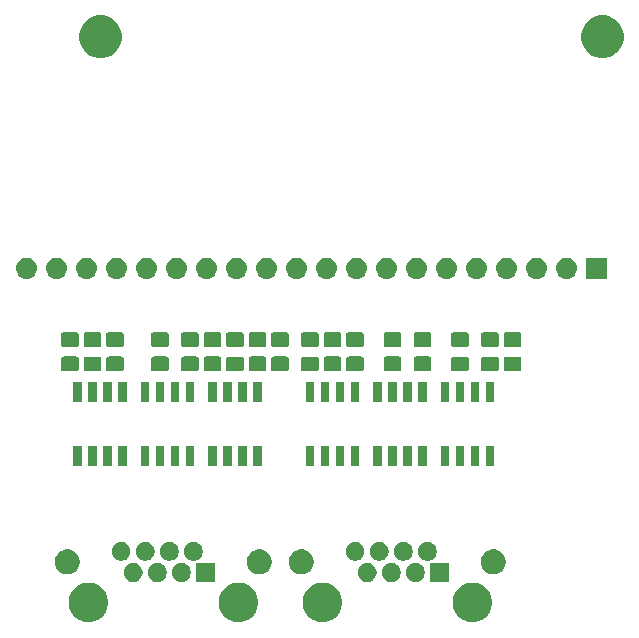
<source format=gbr>
G04 #@! TF.GenerationSoftware,KiCad,Pcbnew,(5.1.4-0)*
G04 #@! TF.CreationDate,2019-10-27T21:21:17-04:00*
G04 #@! TF.ProjectId,DifferentialSPIMaster,44696666-6572-4656-9e74-69616c535049,rev?*
G04 #@! TF.SameCoordinates,Original*
G04 #@! TF.FileFunction,Soldermask,Top*
G04 #@! TF.FilePolarity,Negative*
%FSLAX46Y46*%
G04 Gerber Fmt 4.6, Leading zero omitted, Abs format (unit mm)*
G04 Created by KiCad (PCBNEW (5.1.4-0)) date 2019-10-27 21:21:17*
%MOMM*%
%LPD*%
G04 APERTURE LIST*
%ADD10C,0.100000*%
G04 APERTURE END LIST*
D10*
G36*
X133955971Y-116184204D02*
G01*
X134117871Y-116216408D01*
X134422883Y-116342748D01*
X134697387Y-116526166D01*
X134930834Y-116759613D01*
X135114252Y-117034117D01*
X135240592Y-117339129D01*
X135305000Y-117662928D01*
X135305000Y-117993072D01*
X135240592Y-118316871D01*
X135114252Y-118621883D01*
X134930834Y-118896387D01*
X134697387Y-119129834D01*
X134422883Y-119313252D01*
X134117871Y-119439592D01*
X133955971Y-119471796D01*
X133794073Y-119504000D01*
X133463927Y-119504000D01*
X133302029Y-119471796D01*
X133140129Y-119439592D01*
X132835117Y-119313252D01*
X132560613Y-119129834D01*
X132327166Y-118896387D01*
X132143748Y-118621883D01*
X132017408Y-118316871D01*
X131953000Y-117993072D01*
X131953000Y-117662928D01*
X132017408Y-117339129D01*
X132143748Y-117034117D01*
X132327166Y-116759613D01*
X132560613Y-116526166D01*
X132835117Y-116342748D01*
X133140129Y-116216408D01*
X133302029Y-116184204D01*
X133463927Y-116152000D01*
X133794073Y-116152000D01*
X133955971Y-116184204D01*
X133955971Y-116184204D01*
G37*
G36*
X121255971Y-116184204D02*
G01*
X121417871Y-116216408D01*
X121722883Y-116342748D01*
X121997387Y-116526166D01*
X122230834Y-116759613D01*
X122414252Y-117034117D01*
X122540592Y-117339129D01*
X122605000Y-117662928D01*
X122605000Y-117993072D01*
X122540592Y-118316871D01*
X122414252Y-118621883D01*
X122230834Y-118896387D01*
X121997387Y-119129834D01*
X121722883Y-119313252D01*
X121417871Y-119439592D01*
X121255971Y-119471796D01*
X121094073Y-119504000D01*
X120763927Y-119504000D01*
X120602029Y-119471796D01*
X120440129Y-119439592D01*
X120135117Y-119313252D01*
X119860613Y-119129834D01*
X119627166Y-118896387D01*
X119443748Y-118621883D01*
X119317408Y-118316871D01*
X119253000Y-117993072D01*
X119253000Y-117662928D01*
X119317408Y-117339129D01*
X119443748Y-117034117D01*
X119627166Y-116759613D01*
X119860613Y-116526166D01*
X120135117Y-116342748D01*
X120440129Y-116216408D01*
X120602029Y-116184204D01*
X120763927Y-116152000D01*
X121094073Y-116152000D01*
X121255971Y-116184204D01*
X121255971Y-116184204D01*
G37*
G36*
X114143971Y-116184204D02*
G01*
X114305871Y-116216408D01*
X114610883Y-116342748D01*
X114885387Y-116526166D01*
X115118834Y-116759613D01*
X115302252Y-117034117D01*
X115428592Y-117339129D01*
X115493000Y-117662928D01*
X115493000Y-117993072D01*
X115428592Y-118316871D01*
X115302252Y-118621883D01*
X115118834Y-118896387D01*
X114885387Y-119129834D01*
X114610883Y-119313252D01*
X114305871Y-119439592D01*
X114143971Y-119471796D01*
X113982073Y-119504000D01*
X113651927Y-119504000D01*
X113490029Y-119471796D01*
X113328129Y-119439592D01*
X113023117Y-119313252D01*
X112748613Y-119129834D01*
X112515166Y-118896387D01*
X112331748Y-118621883D01*
X112205408Y-118316871D01*
X112141000Y-117993072D01*
X112141000Y-117662928D01*
X112205408Y-117339129D01*
X112331748Y-117034117D01*
X112515166Y-116759613D01*
X112748613Y-116526166D01*
X113023117Y-116342748D01*
X113328129Y-116216408D01*
X113490029Y-116184204D01*
X113651927Y-116152000D01*
X113982073Y-116152000D01*
X114143971Y-116184204D01*
X114143971Y-116184204D01*
G37*
G36*
X101443971Y-116184204D02*
G01*
X101605871Y-116216408D01*
X101910883Y-116342748D01*
X102185387Y-116526166D01*
X102418834Y-116759613D01*
X102602252Y-117034117D01*
X102728592Y-117339129D01*
X102793000Y-117662928D01*
X102793000Y-117993072D01*
X102728592Y-118316871D01*
X102602252Y-118621883D01*
X102418834Y-118896387D01*
X102185387Y-119129834D01*
X101910883Y-119313252D01*
X101605871Y-119439592D01*
X101443971Y-119471796D01*
X101282073Y-119504000D01*
X100951927Y-119504000D01*
X100790029Y-119471796D01*
X100628129Y-119439592D01*
X100323117Y-119313252D01*
X100048613Y-119129834D01*
X99815166Y-118896387D01*
X99631748Y-118621883D01*
X99505408Y-118316871D01*
X99441000Y-117993072D01*
X99441000Y-117662928D01*
X99505408Y-117339129D01*
X99631748Y-117034117D01*
X99815166Y-116759613D01*
X100048613Y-116526166D01*
X100323117Y-116342748D01*
X100628129Y-116216408D01*
X100790029Y-116184204D01*
X100951927Y-116152000D01*
X101282073Y-116152000D01*
X101443971Y-116184204D01*
X101443971Y-116184204D01*
G37*
G36*
X124952642Y-114517781D02*
G01*
X125098414Y-114578162D01*
X125098416Y-114578163D01*
X125229608Y-114665822D01*
X125341178Y-114777392D01*
X125420317Y-114895833D01*
X125428838Y-114908586D01*
X125489219Y-115054358D01*
X125520000Y-115209107D01*
X125520000Y-115366893D01*
X125489219Y-115521642D01*
X125428838Y-115667414D01*
X125428837Y-115667416D01*
X125341178Y-115798608D01*
X125229608Y-115910178D01*
X125098416Y-115997837D01*
X125098415Y-115997838D01*
X125098414Y-115997838D01*
X124952642Y-116058219D01*
X124797893Y-116089000D01*
X124640107Y-116089000D01*
X124485358Y-116058219D01*
X124339586Y-115997838D01*
X124339585Y-115997838D01*
X124339584Y-115997837D01*
X124208392Y-115910178D01*
X124096822Y-115798608D01*
X124009163Y-115667416D01*
X124009162Y-115667414D01*
X123948781Y-115521642D01*
X123918000Y-115366893D01*
X123918000Y-115209107D01*
X123948781Y-115054358D01*
X124009162Y-114908586D01*
X124017683Y-114895833D01*
X124096822Y-114777392D01*
X124208392Y-114665822D01*
X124339584Y-114578163D01*
X124339586Y-114578162D01*
X124485358Y-114517781D01*
X124640107Y-114487000D01*
X124797893Y-114487000D01*
X124952642Y-114517781D01*
X124952642Y-114517781D01*
G37*
G36*
X110240642Y-112737781D02*
G01*
X110386414Y-112798162D01*
X110386416Y-112798163D01*
X110517608Y-112885822D01*
X110629178Y-112997392D01*
X110716837Y-113128584D01*
X110716838Y-113128586D01*
X110777219Y-113274358D01*
X110808000Y-113429107D01*
X110808000Y-113586893D01*
X110777219Y-113741642D01*
X110716838Y-113887414D01*
X110716837Y-113887416D01*
X110629178Y-114018608D01*
X110517608Y-114130178D01*
X110386416Y-114217837D01*
X110386415Y-114217838D01*
X110386414Y-114217838D01*
X110317177Y-114246517D01*
X110295566Y-114258068D01*
X110276624Y-114273613D01*
X110261079Y-114292555D01*
X110249528Y-114314166D01*
X110242415Y-114337615D01*
X110240013Y-114362001D01*
X110242415Y-114386387D01*
X110249528Y-114409836D01*
X110261079Y-114431447D01*
X110276624Y-114450389D01*
X110295566Y-114465934D01*
X110317177Y-114477485D01*
X110340626Y-114484598D01*
X110365012Y-114487000D01*
X111828000Y-114487000D01*
X111828000Y-116089000D01*
X110226000Y-116089000D01*
X110226000Y-114433442D01*
X110223598Y-114409056D01*
X110216485Y-114385607D01*
X110204934Y-114363996D01*
X110189389Y-114345054D01*
X110170447Y-114329509D01*
X110148836Y-114317958D01*
X110125387Y-114310845D01*
X110101001Y-114308443D01*
X110095351Y-114309000D01*
X109928107Y-114309000D01*
X109773358Y-114278219D01*
X109627586Y-114217838D01*
X109627585Y-114217838D01*
X109627584Y-114217837D01*
X109496392Y-114130178D01*
X109384822Y-114018608D01*
X109297163Y-113887416D01*
X109297162Y-113887414D01*
X109236781Y-113741642D01*
X109206000Y-113586893D01*
X109206000Y-113429107D01*
X109236781Y-113274358D01*
X109297162Y-113128586D01*
X109297163Y-113128584D01*
X109384822Y-112997392D01*
X109496392Y-112885822D01*
X109627584Y-112798163D01*
X109627586Y-112798162D01*
X109773358Y-112737781D01*
X109928107Y-112707000D01*
X110085893Y-112707000D01*
X110240642Y-112737781D01*
X110240642Y-112737781D01*
G37*
G36*
X130052642Y-112737781D02*
G01*
X130198414Y-112798162D01*
X130198416Y-112798163D01*
X130329608Y-112885822D01*
X130441178Y-112997392D01*
X130528837Y-113128584D01*
X130528838Y-113128586D01*
X130589219Y-113274358D01*
X130620000Y-113429107D01*
X130620000Y-113586893D01*
X130589219Y-113741642D01*
X130528838Y-113887414D01*
X130528837Y-113887416D01*
X130441178Y-114018608D01*
X130329608Y-114130178D01*
X130198416Y-114217837D01*
X130198415Y-114217838D01*
X130198414Y-114217838D01*
X130129177Y-114246517D01*
X130107566Y-114258068D01*
X130088624Y-114273613D01*
X130073079Y-114292555D01*
X130061528Y-114314166D01*
X130054415Y-114337615D01*
X130052013Y-114362001D01*
X130054415Y-114386387D01*
X130061528Y-114409836D01*
X130073079Y-114431447D01*
X130088624Y-114450389D01*
X130107566Y-114465934D01*
X130129177Y-114477485D01*
X130152626Y-114484598D01*
X130177012Y-114487000D01*
X131640000Y-114487000D01*
X131640000Y-116089000D01*
X130038000Y-116089000D01*
X130038000Y-114433442D01*
X130035598Y-114409056D01*
X130028485Y-114385607D01*
X130016934Y-114363996D01*
X130001389Y-114345054D01*
X129982447Y-114329509D01*
X129960836Y-114317958D01*
X129937387Y-114310845D01*
X129913001Y-114308443D01*
X129907351Y-114309000D01*
X129740107Y-114309000D01*
X129585358Y-114278219D01*
X129439586Y-114217838D01*
X129439585Y-114217838D01*
X129439584Y-114217837D01*
X129308392Y-114130178D01*
X129196822Y-114018608D01*
X129109163Y-113887416D01*
X129109162Y-113887414D01*
X129048781Y-113741642D01*
X129018000Y-113586893D01*
X129018000Y-113429107D01*
X129048781Y-113274358D01*
X129109162Y-113128586D01*
X129109163Y-113128584D01*
X129196822Y-112997392D01*
X129308392Y-112885822D01*
X129439584Y-112798163D01*
X129439586Y-112798162D01*
X129585358Y-112737781D01*
X129740107Y-112707000D01*
X129897893Y-112707000D01*
X130052642Y-112737781D01*
X130052642Y-112737781D01*
G37*
G36*
X109220642Y-114517781D02*
G01*
X109366414Y-114578162D01*
X109366416Y-114578163D01*
X109497608Y-114665822D01*
X109609178Y-114777392D01*
X109688317Y-114895833D01*
X109696838Y-114908586D01*
X109757219Y-115054358D01*
X109788000Y-115209107D01*
X109788000Y-115366893D01*
X109757219Y-115521642D01*
X109696838Y-115667414D01*
X109696837Y-115667416D01*
X109609178Y-115798608D01*
X109497608Y-115910178D01*
X109366416Y-115997837D01*
X109366415Y-115997838D01*
X109366414Y-115997838D01*
X109220642Y-116058219D01*
X109065893Y-116089000D01*
X108908107Y-116089000D01*
X108753358Y-116058219D01*
X108607586Y-115997838D01*
X108607585Y-115997838D01*
X108607584Y-115997837D01*
X108476392Y-115910178D01*
X108364822Y-115798608D01*
X108277163Y-115667416D01*
X108277162Y-115667414D01*
X108216781Y-115521642D01*
X108186000Y-115366893D01*
X108186000Y-115209107D01*
X108216781Y-115054358D01*
X108277162Y-114908586D01*
X108285683Y-114895833D01*
X108364822Y-114777392D01*
X108476392Y-114665822D01*
X108607584Y-114578163D01*
X108607586Y-114578162D01*
X108753358Y-114517781D01*
X108908107Y-114487000D01*
X109065893Y-114487000D01*
X109220642Y-114517781D01*
X109220642Y-114517781D01*
G37*
G36*
X107180642Y-114517781D02*
G01*
X107326414Y-114578162D01*
X107326416Y-114578163D01*
X107457608Y-114665822D01*
X107569178Y-114777392D01*
X107648317Y-114895833D01*
X107656838Y-114908586D01*
X107717219Y-115054358D01*
X107748000Y-115209107D01*
X107748000Y-115366893D01*
X107717219Y-115521642D01*
X107656838Y-115667414D01*
X107656837Y-115667416D01*
X107569178Y-115798608D01*
X107457608Y-115910178D01*
X107326416Y-115997837D01*
X107326415Y-115997838D01*
X107326414Y-115997838D01*
X107180642Y-116058219D01*
X107025893Y-116089000D01*
X106868107Y-116089000D01*
X106713358Y-116058219D01*
X106567586Y-115997838D01*
X106567585Y-115997838D01*
X106567584Y-115997837D01*
X106436392Y-115910178D01*
X106324822Y-115798608D01*
X106237163Y-115667416D01*
X106237162Y-115667414D01*
X106176781Y-115521642D01*
X106146000Y-115366893D01*
X106146000Y-115209107D01*
X106176781Y-115054358D01*
X106237162Y-114908586D01*
X106245683Y-114895833D01*
X106324822Y-114777392D01*
X106436392Y-114665822D01*
X106567584Y-114578163D01*
X106567586Y-114578162D01*
X106713358Y-114517781D01*
X106868107Y-114487000D01*
X107025893Y-114487000D01*
X107180642Y-114517781D01*
X107180642Y-114517781D01*
G37*
G36*
X105140642Y-114517781D02*
G01*
X105286414Y-114578162D01*
X105286416Y-114578163D01*
X105417608Y-114665822D01*
X105529178Y-114777392D01*
X105608317Y-114895833D01*
X105616838Y-114908586D01*
X105677219Y-115054358D01*
X105708000Y-115209107D01*
X105708000Y-115366893D01*
X105677219Y-115521642D01*
X105616838Y-115667414D01*
X105616837Y-115667416D01*
X105529178Y-115798608D01*
X105417608Y-115910178D01*
X105286416Y-115997837D01*
X105286415Y-115997838D01*
X105286414Y-115997838D01*
X105140642Y-116058219D01*
X104985893Y-116089000D01*
X104828107Y-116089000D01*
X104673358Y-116058219D01*
X104527586Y-115997838D01*
X104527585Y-115997838D01*
X104527584Y-115997837D01*
X104396392Y-115910178D01*
X104284822Y-115798608D01*
X104197163Y-115667416D01*
X104197162Y-115667414D01*
X104136781Y-115521642D01*
X104106000Y-115366893D01*
X104106000Y-115209107D01*
X104136781Y-115054358D01*
X104197162Y-114908586D01*
X104205683Y-114895833D01*
X104284822Y-114777392D01*
X104396392Y-114665822D01*
X104527584Y-114578163D01*
X104527586Y-114578162D01*
X104673358Y-114517781D01*
X104828107Y-114487000D01*
X104985893Y-114487000D01*
X105140642Y-114517781D01*
X105140642Y-114517781D01*
G37*
G36*
X126992642Y-114517781D02*
G01*
X127138414Y-114578162D01*
X127138416Y-114578163D01*
X127269608Y-114665822D01*
X127381178Y-114777392D01*
X127460317Y-114895833D01*
X127468838Y-114908586D01*
X127529219Y-115054358D01*
X127560000Y-115209107D01*
X127560000Y-115366893D01*
X127529219Y-115521642D01*
X127468838Y-115667414D01*
X127468837Y-115667416D01*
X127381178Y-115798608D01*
X127269608Y-115910178D01*
X127138416Y-115997837D01*
X127138415Y-115997838D01*
X127138414Y-115997838D01*
X126992642Y-116058219D01*
X126837893Y-116089000D01*
X126680107Y-116089000D01*
X126525358Y-116058219D01*
X126379586Y-115997838D01*
X126379585Y-115997838D01*
X126379584Y-115997837D01*
X126248392Y-115910178D01*
X126136822Y-115798608D01*
X126049163Y-115667416D01*
X126049162Y-115667414D01*
X125988781Y-115521642D01*
X125958000Y-115366893D01*
X125958000Y-115209107D01*
X125988781Y-115054358D01*
X126049162Y-114908586D01*
X126057683Y-114895833D01*
X126136822Y-114777392D01*
X126248392Y-114665822D01*
X126379584Y-114578163D01*
X126379586Y-114578162D01*
X126525358Y-114517781D01*
X126680107Y-114487000D01*
X126837893Y-114487000D01*
X126992642Y-114517781D01*
X126992642Y-114517781D01*
G37*
G36*
X129032642Y-114517781D02*
G01*
X129178414Y-114578162D01*
X129178416Y-114578163D01*
X129309608Y-114665822D01*
X129421178Y-114777392D01*
X129500317Y-114895833D01*
X129508838Y-114908586D01*
X129569219Y-115054358D01*
X129600000Y-115209107D01*
X129600000Y-115366893D01*
X129569219Y-115521642D01*
X129508838Y-115667414D01*
X129508837Y-115667416D01*
X129421178Y-115798608D01*
X129309608Y-115910178D01*
X129178416Y-115997837D01*
X129178415Y-115997838D01*
X129178414Y-115997838D01*
X129032642Y-116058219D01*
X128877893Y-116089000D01*
X128720107Y-116089000D01*
X128565358Y-116058219D01*
X128419586Y-115997838D01*
X128419585Y-115997838D01*
X128419584Y-115997837D01*
X128288392Y-115910178D01*
X128176822Y-115798608D01*
X128089163Y-115667416D01*
X128089162Y-115667414D01*
X128028781Y-115521642D01*
X127998000Y-115366893D01*
X127998000Y-115209107D01*
X128028781Y-115054358D01*
X128089162Y-114908586D01*
X128097683Y-114895833D01*
X128176822Y-114777392D01*
X128288392Y-114665822D01*
X128419584Y-114578163D01*
X128419586Y-114578162D01*
X128565358Y-114517781D01*
X128720107Y-114487000D01*
X128877893Y-114487000D01*
X129032642Y-114517781D01*
X129032642Y-114517781D01*
G37*
G36*
X135715564Y-113387389D02*
G01*
X135906833Y-113466615D01*
X135906835Y-113466616D01*
X136078973Y-113581635D01*
X136225365Y-113728027D01*
X136340385Y-113900167D01*
X136419611Y-114091436D01*
X136460000Y-114294484D01*
X136460000Y-114501516D01*
X136419611Y-114704564D01*
X136389444Y-114777393D01*
X136340384Y-114895835D01*
X136225365Y-115067973D01*
X136078973Y-115214365D01*
X135906835Y-115329384D01*
X135906834Y-115329385D01*
X135906833Y-115329385D01*
X135715564Y-115408611D01*
X135512516Y-115449000D01*
X135305484Y-115449000D01*
X135102436Y-115408611D01*
X134911167Y-115329385D01*
X134911166Y-115329385D01*
X134911165Y-115329384D01*
X134739027Y-115214365D01*
X134592635Y-115067973D01*
X134477616Y-114895835D01*
X134428556Y-114777393D01*
X134398389Y-114704564D01*
X134358000Y-114501516D01*
X134358000Y-114294484D01*
X134398389Y-114091436D01*
X134477615Y-113900167D01*
X134592635Y-113728027D01*
X134739027Y-113581635D01*
X134911165Y-113466616D01*
X134911167Y-113466615D01*
X135102436Y-113387389D01*
X135305484Y-113347000D01*
X135512516Y-113347000D01*
X135715564Y-113387389D01*
X135715564Y-113387389D01*
G37*
G36*
X99643564Y-113387389D02*
G01*
X99834833Y-113466615D01*
X99834835Y-113466616D01*
X100006973Y-113581635D01*
X100153365Y-113728027D01*
X100268385Y-113900167D01*
X100347611Y-114091436D01*
X100388000Y-114294484D01*
X100388000Y-114501516D01*
X100347611Y-114704564D01*
X100317444Y-114777393D01*
X100268384Y-114895835D01*
X100153365Y-115067973D01*
X100006973Y-115214365D01*
X99834835Y-115329384D01*
X99834834Y-115329385D01*
X99834833Y-115329385D01*
X99643564Y-115408611D01*
X99440516Y-115449000D01*
X99233484Y-115449000D01*
X99030436Y-115408611D01*
X98839167Y-115329385D01*
X98839166Y-115329385D01*
X98839165Y-115329384D01*
X98667027Y-115214365D01*
X98520635Y-115067973D01*
X98405616Y-114895835D01*
X98356556Y-114777393D01*
X98326389Y-114704564D01*
X98286000Y-114501516D01*
X98286000Y-114294484D01*
X98326389Y-114091436D01*
X98405615Y-113900167D01*
X98520635Y-113728027D01*
X98667027Y-113581635D01*
X98839165Y-113466616D01*
X98839167Y-113466615D01*
X99030436Y-113387389D01*
X99233484Y-113347000D01*
X99440516Y-113347000D01*
X99643564Y-113387389D01*
X99643564Y-113387389D01*
G37*
G36*
X115903564Y-113387389D02*
G01*
X116094833Y-113466615D01*
X116094835Y-113466616D01*
X116266973Y-113581635D01*
X116413365Y-113728027D01*
X116528385Y-113900167D01*
X116607611Y-114091436D01*
X116648000Y-114294484D01*
X116648000Y-114501516D01*
X116607611Y-114704564D01*
X116577444Y-114777393D01*
X116528384Y-114895835D01*
X116413365Y-115067973D01*
X116266973Y-115214365D01*
X116094835Y-115329384D01*
X116094834Y-115329385D01*
X116094833Y-115329385D01*
X115903564Y-115408611D01*
X115700516Y-115449000D01*
X115493484Y-115449000D01*
X115290436Y-115408611D01*
X115099167Y-115329385D01*
X115099166Y-115329385D01*
X115099165Y-115329384D01*
X114927027Y-115214365D01*
X114780635Y-115067973D01*
X114665616Y-114895835D01*
X114616556Y-114777393D01*
X114586389Y-114704564D01*
X114546000Y-114501516D01*
X114546000Y-114294484D01*
X114586389Y-114091436D01*
X114665615Y-113900167D01*
X114780635Y-113728027D01*
X114927027Y-113581635D01*
X115099165Y-113466616D01*
X115099167Y-113466615D01*
X115290436Y-113387389D01*
X115493484Y-113347000D01*
X115700516Y-113347000D01*
X115903564Y-113387389D01*
X115903564Y-113387389D01*
G37*
G36*
X119455564Y-113387389D02*
G01*
X119646833Y-113466615D01*
X119646835Y-113466616D01*
X119818973Y-113581635D01*
X119965365Y-113728027D01*
X120080385Y-113900167D01*
X120159611Y-114091436D01*
X120200000Y-114294484D01*
X120200000Y-114501516D01*
X120159611Y-114704564D01*
X120129444Y-114777393D01*
X120080384Y-114895835D01*
X119965365Y-115067973D01*
X119818973Y-115214365D01*
X119646835Y-115329384D01*
X119646834Y-115329385D01*
X119646833Y-115329385D01*
X119455564Y-115408611D01*
X119252516Y-115449000D01*
X119045484Y-115449000D01*
X118842436Y-115408611D01*
X118651167Y-115329385D01*
X118651166Y-115329385D01*
X118651165Y-115329384D01*
X118479027Y-115214365D01*
X118332635Y-115067973D01*
X118217616Y-114895835D01*
X118168556Y-114777393D01*
X118138389Y-114704564D01*
X118098000Y-114501516D01*
X118098000Y-114294484D01*
X118138389Y-114091436D01*
X118217615Y-113900167D01*
X118332635Y-113728027D01*
X118479027Y-113581635D01*
X118651165Y-113466616D01*
X118651167Y-113466615D01*
X118842436Y-113387389D01*
X119045484Y-113347000D01*
X119252516Y-113347000D01*
X119455564Y-113387389D01*
X119455564Y-113387389D01*
G37*
G36*
X106160642Y-112737781D02*
G01*
X106306414Y-112798162D01*
X106306416Y-112798163D01*
X106437608Y-112885822D01*
X106549178Y-112997392D01*
X106636837Y-113128584D01*
X106636838Y-113128586D01*
X106697219Y-113274358D01*
X106728000Y-113429107D01*
X106728000Y-113586893D01*
X106697219Y-113741642D01*
X106636838Y-113887414D01*
X106636837Y-113887416D01*
X106549178Y-114018608D01*
X106437608Y-114130178D01*
X106306416Y-114217837D01*
X106306415Y-114217838D01*
X106306414Y-114217838D01*
X106160642Y-114278219D01*
X106005893Y-114309000D01*
X105848107Y-114309000D01*
X105693358Y-114278219D01*
X105547586Y-114217838D01*
X105547585Y-114217838D01*
X105547584Y-114217837D01*
X105416392Y-114130178D01*
X105304822Y-114018608D01*
X105217163Y-113887416D01*
X105217162Y-113887414D01*
X105156781Y-113741642D01*
X105126000Y-113586893D01*
X105126000Y-113429107D01*
X105156781Y-113274358D01*
X105217162Y-113128586D01*
X105217163Y-113128584D01*
X105304822Y-112997392D01*
X105416392Y-112885822D01*
X105547584Y-112798163D01*
X105547586Y-112798162D01*
X105693358Y-112737781D01*
X105848107Y-112707000D01*
X106005893Y-112707000D01*
X106160642Y-112737781D01*
X106160642Y-112737781D01*
G37*
G36*
X108200642Y-112737781D02*
G01*
X108346414Y-112798162D01*
X108346416Y-112798163D01*
X108477608Y-112885822D01*
X108589178Y-112997392D01*
X108676837Y-113128584D01*
X108676838Y-113128586D01*
X108737219Y-113274358D01*
X108768000Y-113429107D01*
X108768000Y-113586893D01*
X108737219Y-113741642D01*
X108676838Y-113887414D01*
X108676837Y-113887416D01*
X108589178Y-114018608D01*
X108477608Y-114130178D01*
X108346416Y-114217837D01*
X108346415Y-114217838D01*
X108346414Y-114217838D01*
X108200642Y-114278219D01*
X108045893Y-114309000D01*
X107888107Y-114309000D01*
X107733358Y-114278219D01*
X107587586Y-114217838D01*
X107587585Y-114217838D01*
X107587584Y-114217837D01*
X107456392Y-114130178D01*
X107344822Y-114018608D01*
X107257163Y-113887416D01*
X107257162Y-113887414D01*
X107196781Y-113741642D01*
X107166000Y-113586893D01*
X107166000Y-113429107D01*
X107196781Y-113274358D01*
X107257162Y-113128586D01*
X107257163Y-113128584D01*
X107344822Y-112997392D01*
X107456392Y-112885822D01*
X107587584Y-112798163D01*
X107587586Y-112798162D01*
X107733358Y-112737781D01*
X107888107Y-112707000D01*
X108045893Y-112707000D01*
X108200642Y-112737781D01*
X108200642Y-112737781D01*
G37*
G36*
X123932642Y-112737781D02*
G01*
X124078414Y-112798162D01*
X124078416Y-112798163D01*
X124209608Y-112885822D01*
X124321178Y-112997392D01*
X124408837Y-113128584D01*
X124408838Y-113128586D01*
X124469219Y-113274358D01*
X124500000Y-113429107D01*
X124500000Y-113586893D01*
X124469219Y-113741642D01*
X124408838Y-113887414D01*
X124408837Y-113887416D01*
X124321178Y-114018608D01*
X124209608Y-114130178D01*
X124078416Y-114217837D01*
X124078415Y-114217838D01*
X124078414Y-114217838D01*
X123932642Y-114278219D01*
X123777893Y-114309000D01*
X123620107Y-114309000D01*
X123465358Y-114278219D01*
X123319586Y-114217838D01*
X123319585Y-114217838D01*
X123319584Y-114217837D01*
X123188392Y-114130178D01*
X123076822Y-114018608D01*
X122989163Y-113887416D01*
X122989162Y-113887414D01*
X122928781Y-113741642D01*
X122898000Y-113586893D01*
X122898000Y-113429107D01*
X122928781Y-113274358D01*
X122989162Y-113128586D01*
X122989163Y-113128584D01*
X123076822Y-112997392D01*
X123188392Y-112885822D01*
X123319584Y-112798163D01*
X123319586Y-112798162D01*
X123465358Y-112737781D01*
X123620107Y-112707000D01*
X123777893Y-112707000D01*
X123932642Y-112737781D01*
X123932642Y-112737781D01*
G37*
G36*
X104120642Y-112737781D02*
G01*
X104266414Y-112798162D01*
X104266416Y-112798163D01*
X104397608Y-112885822D01*
X104509178Y-112997392D01*
X104596837Y-113128584D01*
X104596838Y-113128586D01*
X104657219Y-113274358D01*
X104688000Y-113429107D01*
X104688000Y-113586893D01*
X104657219Y-113741642D01*
X104596838Y-113887414D01*
X104596837Y-113887416D01*
X104509178Y-114018608D01*
X104397608Y-114130178D01*
X104266416Y-114217837D01*
X104266415Y-114217838D01*
X104266414Y-114217838D01*
X104120642Y-114278219D01*
X103965893Y-114309000D01*
X103808107Y-114309000D01*
X103653358Y-114278219D01*
X103507586Y-114217838D01*
X103507585Y-114217838D01*
X103507584Y-114217837D01*
X103376392Y-114130178D01*
X103264822Y-114018608D01*
X103177163Y-113887416D01*
X103177162Y-113887414D01*
X103116781Y-113741642D01*
X103086000Y-113586893D01*
X103086000Y-113429107D01*
X103116781Y-113274358D01*
X103177162Y-113128586D01*
X103177163Y-113128584D01*
X103264822Y-112997392D01*
X103376392Y-112885822D01*
X103507584Y-112798163D01*
X103507586Y-112798162D01*
X103653358Y-112737781D01*
X103808107Y-112707000D01*
X103965893Y-112707000D01*
X104120642Y-112737781D01*
X104120642Y-112737781D01*
G37*
G36*
X125972642Y-112737781D02*
G01*
X126118414Y-112798162D01*
X126118416Y-112798163D01*
X126249608Y-112885822D01*
X126361178Y-112997392D01*
X126448837Y-113128584D01*
X126448838Y-113128586D01*
X126509219Y-113274358D01*
X126540000Y-113429107D01*
X126540000Y-113586893D01*
X126509219Y-113741642D01*
X126448838Y-113887414D01*
X126448837Y-113887416D01*
X126361178Y-114018608D01*
X126249608Y-114130178D01*
X126118416Y-114217837D01*
X126118415Y-114217838D01*
X126118414Y-114217838D01*
X125972642Y-114278219D01*
X125817893Y-114309000D01*
X125660107Y-114309000D01*
X125505358Y-114278219D01*
X125359586Y-114217838D01*
X125359585Y-114217838D01*
X125359584Y-114217837D01*
X125228392Y-114130178D01*
X125116822Y-114018608D01*
X125029163Y-113887416D01*
X125029162Y-113887414D01*
X124968781Y-113741642D01*
X124938000Y-113586893D01*
X124938000Y-113429107D01*
X124968781Y-113274358D01*
X125029162Y-113128586D01*
X125029163Y-113128584D01*
X125116822Y-112997392D01*
X125228392Y-112885822D01*
X125359584Y-112798163D01*
X125359586Y-112798162D01*
X125505358Y-112737781D01*
X125660107Y-112707000D01*
X125817893Y-112707000D01*
X125972642Y-112737781D01*
X125972642Y-112737781D01*
G37*
G36*
X128012642Y-112737781D02*
G01*
X128158414Y-112798162D01*
X128158416Y-112798163D01*
X128289608Y-112885822D01*
X128401178Y-112997392D01*
X128488837Y-113128584D01*
X128488838Y-113128586D01*
X128549219Y-113274358D01*
X128580000Y-113429107D01*
X128580000Y-113586893D01*
X128549219Y-113741642D01*
X128488838Y-113887414D01*
X128488837Y-113887416D01*
X128401178Y-114018608D01*
X128289608Y-114130178D01*
X128158416Y-114217837D01*
X128158415Y-114217838D01*
X128158414Y-114217838D01*
X128012642Y-114278219D01*
X127857893Y-114309000D01*
X127700107Y-114309000D01*
X127545358Y-114278219D01*
X127399586Y-114217838D01*
X127399585Y-114217838D01*
X127399584Y-114217837D01*
X127268392Y-114130178D01*
X127156822Y-114018608D01*
X127069163Y-113887416D01*
X127069162Y-113887414D01*
X127008781Y-113741642D01*
X126978000Y-113586893D01*
X126978000Y-113429107D01*
X127008781Y-113274358D01*
X127069162Y-113128586D01*
X127069163Y-113128584D01*
X127156822Y-112997392D01*
X127268392Y-112885822D01*
X127399584Y-112798163D01*
X127399586Y-112798162D01*
X127545358Y-112737781D01*
X127700107Y-112707000D01*
X127857893Y-112707000D01*
X128012642Y-112737781D01*
X128012642Y-112737781D01*
G37*
G36*
X115786000Y-106241000D02*
G01*
X115084000Y-106241000D01*
X115084000Y-104589000D01*
X115786000Y-104589000D01*
X115786000Y-106241000D01*
X115786000Y-106241000D01*
G37*
G36*
X114516000Y-106241000D02*
G01*
X113814000Y-106241000D01*
X113814000Y-104589000D01*
X114516000Y-104589000D01*
X114516000Y-106241000D01*
X114516000Y-106241000D01*
G37*
G36*
X113246000Y-106241000D02*
G01*
X112544000Y-106241000D01*
X112544000Y-104589000D01*
X113246000Y-104589000D01*
X113246000Y-106241000D01*
X113246000Y-106241000D01*
G37*
G36*
X111976000Y-106241000D02*
G01*
X111274000Y-106241000D01*
X111274000Y-104589000D01*
X111976000Y-104589000D01*
X111976000Y-106241000D01*
X111976000Y-106241000D01*
G37*
G36*
X106261000Y-106241000D02*
G01*
X105559000Y-106241000D01*
X105559000Y-104589000D01*
X106261000Y-104589000D01*
X106261000Y-106241000D01*
X106261000Y-106241000D01*
G37*
G36*
X107531000Y-106241000D02*
G01*
X106829000Y-106241000D01*
X106829000Y-104589000D01*
X107531000Y-104589000D01*
X107531000Y-106241000D01*
X107531000Y-106241000D01*
G37*
G36*
X108801000Y-106241000D02*
G01*
X108099000Y-106241000D01*
X108099000Y-104589000D01*
X108801000Y-104589000D01*
X108801000Y-106241000D01*
X108801000Y-106241000D01*
G37*
G36*
X110071000Y-106241000D02*
G01*
X109369000Y-106241000D01*
X109369000Y-104589000D01*
X110071000Y-104589000D01*
X110071000Y-106241000D01*
X110071000Y-106241000D01*
G37*
G36*
X135471000Y-106241000D02*
G01*
X134769000Y-106241000D01*
X134769000Y-104589000D01*
X135471000Y-104589000D01*
X135471000Y-106241000D01*
X135471000Y-106241000D01*
G37*
G36*
X134201000Y-106241000D02*
G01*
X133499000Y-106241000D01*
X133499000Y-104589000D01*
X134201000Y-104589000D01*
X134201000Y-106241000D01*
X134201000Y-106241000D01*
G37*
G36*
X132931000Y-106241000D02*
G01*
X132229000Y-106241000D01*
X132229000Y-104589000D01*
X132931000Y-104589000D01*
X132931000Y-106241000D01*
X132931000Y-106241000D01*
G37*
G36*
X131661000Y-106241000D02*
G01*
X130959000Y-106241000D01*
X130959000Y-104589000D01*
X131661000Y-104589000D01*
X131661000Y-106241000D01*
X131661000Y-106241000D01*
G37*
G36*
X129756000Y-106241000D02*
G01*
X129054000Y-106241000D01*
X129054000Y-104589000D01*
X129756000Y-104589000D01*
X129756000Y-106241000D01*
X129756000Y-106241000D01*
G37*
G36*
X128486000Y-106241000D02*
G01*
X127784000Y-106241000D01*
X127784000Y-104589000D01*
X128486000Y-104589000D01*
X128486000Y-106241000D01*
X128486000Y-106241000D01*
G37*
G36*
X127216000Y-106241000D02*
G01*
X126514000Y-106241000D01*
X126514000Y-104589000D01*
X127216000Y-104589000D01*
X127216000Y-106241000D01*
X127216000Y-106241000D01*
G37*
G36*
X125946000Y-106241000D02*
G01*
X125244000Y-106241000D01*
X125244000Y-104589000D01*
X125946000Y-104589000D01*
X125946000Y-106241000D01*
X125946000Y-106241000D01*
G37*
G36*
X124041000Y-106241000D02*
G01*
X123339000Y-106241000D01*
X123339000Y-104589000D01*
X124041000Y-104589000D01*
X124041000Y-106241000D01*
X124041000Y-106241000D01*
G37*
G36*
X122771000Y-106241000D02*
G01*
X122069000Y-106241000D01*
X122069000Y-104589000D01*
X122771000Y-104589000D01*
X122771000Y-106241000D01*
X122771000Y-106241000D01*
G37*
G36*
X121501000Y-106241000D02*
G01*
X120799000Y-106241000D01*
X120799000Y-104589000D01*
X121501000Y-104589000D01*
X121501000Y-106241000D01*
X121501000Y-106241000D01*
G37*
G36*
X120231000Y-106241000D02*
G01*
X119529000Y-106241000D01*
X119529000Y-104589000D01*
X120231000Y-104589000D01*
X120231000Y-106241000D01*
X120231000Y-106241000D01*
G37*
G36*
X104356000Y-106241000D02*
G01*
X103654000Y-106241000D01*
X103654000Y-104589000D01*
X104356000Y-104589000D01*
X104356000Y-106241000D01*
X104356000Y-106241000D01*
G37*
G36*
X103086000Y-106241000D02*
G01*
X102384000Y-106241000D01*
X102384000Y-104589000D01*
X103086000Y-104589000D01*
X103086000Y-106241000D01*
X103086000Y-106241000D01*
G37*
G36*
X101816000Y-106241000D02*
G01*
X101114000Y-106241000D01*
X101114000Y-104589000D01*
X101816000Y-104589000D01*
X101816000Y-106241000D01*
X101816000Y-106241000D01*
G37*
G36*
X100546000Y-106241000D02*
G01*
X99844000Y-106241000D01*
X99844000Y-104589000D01*
X100546000Y-104589000D01*
X100546000Y-106241000D01*
X100546000Y-106241000D01*
G37*
G36*
X134201000Y-100841000D02*
G01*
X133499000Y-100841000D01*
X133499000Y-99189000D01*
X134201000Y-99189000D01*
X134201000Y-100841000D01*
X134201000Y-100841000D01*
G37*
G36*
X110071000Y-100841000D02*
G01*
X109369000Y-100841000D01*
X109369000Y-99189000D01*
X110071000Y-99189000D01*
X110071000Y-100841000D01*
X110071000Y-100841000D01*
G37*
G36*
X132931000Y-100841000D02*
G01*
X132229000Y-100841000D01*
X132229000Y-99189000D01*
X132931000Y-99189000D01*
X132931000Y-100841000D01*
X132931000Y-100841000D01*
G37*
G36*
X131661000Y-100841000D02*
G01*
X130959000Y-100841000D01*
X130959000Y-99189000D01*
X131661000Y-99189000D01*
X131661000Y-100841000D01*
X131661000Y-100841000D01*
G37*
G36*
X111976000Y-100841000D02*
G01*
X111274000Y-100841000D01*
X111274000Y-99189000D01*
X111976000Y-99189000D01*
X111976000Y-100841000D01*
X111976000Y-100841000D01*
G37*
G36*
X113246000Y-100841000D02*
G01*
X112544000Y-100841000D01*
X112544000Y-99189000D01*
X113246000Y-99189000D01*
X113246000Y-100841000D01*
X113246000Y-100841000D01*
G37*
G36*
X114516000Y-100841000D02*
G01*
X113814000Y-100841000D01*
X113814000Y-99189000D01*
X114516000Y-99189000D01*
X114516000Y-100841000D01*
X114516000Y-100841000D01*
G37*
G36*
X115786000Y-100841000D02*
G01*
X115084000Y-100841000D01*
X115084000Y-99189000D01*
X115786000Y-99189000D01*
X115786000Y-100841000D01*
X115786000Y-100841000D01*
G37*
G36*
X108801000Y-100841000D02*
G01*
X108099000Y-100841000D01*
X108099000Y-99189000D01*
X108801000Y-99189000D01*
X108801000Y-100841000D01*
X108801000Y-100841000D01*
G37*
G36*
X107531000Y-100841000D02*
G01*
X106829000Y-100841000D01*
X106829000Y-99189000D01*
X107531000Y-99189000D01*
X107531000Y-100841000D01*
X107531000Y-100841000D01*
G37*
G36*
X106261000Y-100841000D02*
G01*
X105559000Y-100841000D01*
X105559000Y-99189000D01*
X106261000Y-99189000D01*
X106261000Y-100841000D01*
X106261000Y-100841000D01*
G37*
G36*
X129756000Y-100841000D02*
G01*
X129054000Y-100841000D01*
X129054000Y-99189000D01*
X129756000Y-99189000D01*
X129756000Y-100841000D01*
X129756000Y-100841000D01*
G37*
G36*
X128486000Y-100841000D02*
G01*
X127784000Y-100841000D01*
X127784000Y-99189000D01*
X128486000Y-99189000D01*
X128486000Y-100841000D01*
X128486000Y-100841000D01*
G37*
G36*
X127216000Y-100841000D02*
G01*
X126514000Y-100841000D01*
X126514000Y-99189000D01*
X127216000Y-99189000D01*
X127216000Y-100841000D01*
X127216000Y-100841000D01*
G37*
G36*
X125946000Y-100841000D02*
G01*
X125244000Y-100841000D01*
X125244000Y-99189000D01*
X125946000Y-99189000D01*
X125946000Y-100841000D01*
X125946000Y-100841000D01*
G37*
G36*
X101816000Y-100841000D02*
G01*
X101114000Y-100841000D01*
X101114000Y-99189000D01*
X101816000Y-99189000D01*
X101816000Y-100841000D01*
X101816000Y-100841000D01*
G37*
G36*
X135471000Y-100841000D02*
G01*
X134769000Y-100841000D01*
X134769000Y-99189000D01*
X135471000Y-99189000D01*
X135471000Y-100841000D01*
X135471000Y-100841000D01*
G37*
G36*
X104356000Y-100841000D02*
G01*
X103654000Y-100841000D01*
X103654000Y-99189000D01*
X104356000Y-99189000D01*
X104356000Y-100841000D01*
X104356000Y-100841000D01*
G37*
G36*
X124041000Y-100841000D02*
G01*
X123339000Y-100841000D01*
X123339000Y-99189000D01*
X124041000Y-99189000D01*
X124041000Y-100841000D01*
X124041000Y-100841000D01*
G37*
G36*
X122771000Y-100841000D02*
G01*
X122069000Y-100841000D01*
X122069000Y-99189000D01*
X122771000Y-99189000D01*
X122771000Y-100841000D01*
X122771000Y-100841000D01*
G37*
G36*
X121501000Y-100841000D02*
G01*
X120799000Y-100841000D01*
X120799000Y-99189000D01*
X121501000Y-99189000D01*
X121501000Y-100841000D01*
X121501000Y-100841000D01*
G37*
G36*
X120231000Y-100841000D02*
G01*
X119529000Y-100841000D01*
X119529000Y-99189000D01*
X120231000Y-99189000D01*
X120231000Y-100841000D01*
X120231000Y-100841000D01*
G37*
G36*
X103086000Y-100841000D02*
G01*
X102384000Y-100841000D01*
X102384000Y-99189000D01*
X103086000Y-99189000D01*
X103086000Y-100841000D01*
X103086000Y-100841000D01*
G37*
G36*
X100546000Y-100841000D02*
G01*
X99844000Y-100841000D01*
X99844000Y-99189000D01*
X100546000Y-99189000D01*
X100546000Y-100841000D01*
X100546000Y-100841000D01*
G37*
G36*
X137613674Y-97013465D02*
G01*
X137651367Y-97024899D01*
X137686103Y-97043466D01*
X137716548Y-97068452D01*
X137741534Y-97098897D01*
X137760101Y-97133633D01*
X137771535Y-97171326D01*
X137776000Y-97216661D01*
X137776000Y-98053339D01*
X137771535Y-98098674D01*
X137760101Y-98136367D01*
X137741534Y-98171103D01*
X137716548Y-98201548D01*
X137686103Y-98226534D01*
X137651367Y-98245101D01*
X137613674Y-98256535D01*
X137568339Y-98261000D01*
X136481661Y-98261000D01*
X136436326Y-98256535D01*
X136398633Y-98245101D01*
X136363897Y-98226534D01*
X136333452Y-98201548D01*
X136308466Y-98171103D01*
X136289899Y-98136367D01*
X136278465Y-98098674D01*
X136274000Y-98053339D01*
X136274000Y-97216661D01*
X136278465Y-97171326D01*
X136289899Y-97133633D01*
X136308466Y-97098897D01*
X136333452Y-97068452D01*
X136363897Y-97043466D01*
X136398633Y-97024899D01*
X136436326Y-97013465D01*
X136481661Y-97009000D01*
X137568339Y-97009000D01*
X137613674Y-97013465D01*
X137613674Y-97013465D01*
G37*
G36*
X135708674Y-97013465D02*
G01*
X135746367Y-97024899D01*
X135781103Y-97043466D01*
X135811548Y-97068452D01*
X135836534Y-97098897D01*
X135855101Y-97133633D01*
X135866535Y-97171326D01*
X135871000Y-97216661D01*
X135871000Y-98053339D01*
X135866535Y-98098674D01*
X135855101Y-98136367D01*
X135836534Y-98171103D01*
X135811548Y-98201548D01*
X135781103Y-98226534D01*
X135746367Y-98245101D01*
X135708674Y-98256535D01*
X135663339Y-98261000D01*
X134576661Y-98261000D01*
X134531326Y-98256535D01*
X134493633Y-98245101D01*
X134458897Y-98226534D01*
X134428452Y-98201548D01*
X134403466Y-98171103D01*
X134384899Y-98136367D01*
X134373465Y-98098674D01*
X134369000Y-98053339D01*
X134369000Y-97216661D01*
X134373465Y-97171326D01*
X134384899Y-97133633D01*
X134403466Y-97098897D01*
X134428452Y-97068452D01*
X134458897Y-97043466D01*
X134493633Y-97024899D01*
X134531326Y-97013465D01*
X134576661Y-97009000D01*
X135663339Y-97009000D01*
X135708674Y-97013465D01*
X135708674Y-97013465D01*
G37*
G36*
X102053674Y-97013465D02*
G01*
X102091367Y-97024899D01*
X102126103Y-97043466D01*
X102156548Y-97068452D01*
X102181534Y-97098897D01*
X102200101Y-97133633D01*
X102211535Y-97171326D01*
X102216000Y-97216661D01*
X102216000Y-98053339D01*
X102211535Y-98098674D01*
X102200101Y-98136367D01*
X102181534Y-98171103D01*
X102156548Y-98201548D01*
X102126103Y-98226534D01*
X102091367Y-98245101D01*
X102053674Y-98256535D01*
X102008339Y-98261000D01*
X100921661Y-98261000D01*
X100876326Y-98256535D01*
X100838633Y-98245101D01*
X100803897Y-98226534D01*
X100773452Y-98201548D01*
X100748466Y-98171103D01*
X100729899Y-98136367D01*
X100718465Y-98098674D01*
X100714000Y-98053339D01*
X100714000Y-97216661D01*
X100718465Y-97171326D01*
X100729899Y-97133633D01*
X100748466Y-97098897D01*
X100773452Y-97068452D01*
X100803897Y-97043466D01*
X100838633Y-97024899D01*
X100876326Y-97013465D01*
X100921661Y-97009000D01*
X102008339Y-97009000D01*
X102053674Y-97013465D01*
X102053674Y-97013465D01*
G37*
G36*
X133168674Y-97013465D02*
G01*
X133206367Y-97024899D01*
X133241103Y-97043466D01*
X133271548Y-97068452D01*
X133296534Y-97098897D01*
X133315101Y-97133633D01*
X133326535Y-97171326D01*
X133331000Y-97216661D01*
X133331000Y-98053339D01*
X133326535Y-98098674D01*
X133315101Y-98136367D01*
X133296534Y-98171103D01*
X133271548Y-98201548D01*
X133241103Y-98226534D01*
X133206367Y-98245101D01*
X133168674Y-98256535D01*
X133123339Y-98261000D01*
X132036661Y-98261000D01*
X131991326Y-98256535D01*
X131953633Y-98245101D01*
X131918897Y-98226534D01*
X131888452Y-98201548D01*
X131863466Y-98171103D01*
X131844899Y-98136367D01*
X131833465Y-98098674D01*
X131829000Y-98053339D01*
X131829000Y-97216661D01*
X131833465Y-97171326D01*
X131844899Y-97133633D01*
X131863466Y-97098897D01*
X131888452Y-97068452D01*
X131918897Y-97043466D01*
X131953633Y-97024899D01*
X131991326Y-97013465D01*
X132036661Y-97009000D01*
X133123339Y-97009000D01*
X133168674Y-97013465D01*
X133168674Y-97013465D01*
G37*
G36*
X120468674Y-97013465D02*
G01*
X120506367Y-97024899D01*
X120541103Y-97043466D01*
X120571548Y-97068452D01*
X120596534Y-97098897D01*
X120615101Y-97133633D01*
X120626535Y-97171326D01*
X120631000Y-97216661D01*
X120631000Y-98053339D01*
X120626535Y-98098674D01*
X120615101Y-98136367D01*
X120596534Y-98171103D01*
X120571548Y-98201548D01*
X120541103Y-98226534D01*
X120506367Y-98245101D01*
X120468674Y-98256535D01*
X120423339Y-98261000D01*
X119336661Y-98261000D01*
X119291326Y-98256535D01*
X119253633Y-98245101D01*
X119218897Y-98226534D01*
X119188452Y-98201548D01*
X119163466Y-98171103D01*
X119144899Y-98136367D01*
X119133465Y-98098674D01*
X119129000Y-98053339D01*
X119129000Y-97216661D01*
X119133465Y-97171326D01*
X119144899Y-97133633D01*
X119163466Y-97098897D01*
X119188452Y-97068452D01*
X119218897Y-97043466D01*
X119253633Y-97024899D01*
X119291326Y-97013465D01*
X119336661Y-97009000D01*
X120423339Y-97009000D01*
X120468674Y-97013465D01*
X120468674Y-97013465D01*
G37*
G36*
X114118674Y-97013465D02*
G01*
X114156367Y-97024899D01*
X114191103Y-97043466D01*
X114221548Y-97068452D01*
X114246534Y-97098897D01*
X114265101Y-97133633D01*
X114276535Y-97171326D01*
X114281000Y-97216661D01*
X114281000Y-98053339D01*
X114276535Y-98098674D01*
X114265101Y-98136367D01*
X114246534Y-98171103D01*
X114221548Y-98201548D01*
X114191103Y-98226534D01*
X114156367Y-98245101D01*
X114118674Y-98256535D01*
X114073339Y-98261000D01*
X112986661Y-98261000D01*
X112941326Y-98256535D01*
X112903633Y-98245101D01*
X112868897Y-98226534D01*
X112838452Y-98201548D01*
X112813466Y-98171103D01*
X112794899Y-98136367D01*
X112783465Y-98098674D01*
X112779000Y-98053339D01*
X112779000Y-97216661D01*
X112783465Y-97171326D01*
X112794899Y-97133633D01*
X112813466Y-97098897D01*
X112838452Y-97068452D01*
X112868897Y-97043466D01*
X112903633Y-97024899D01*
X112941326Y-97013465D01*
X112986661Y-97009000D01*
X114073339Y-97009000D01*
X114118674Y-97013465D01*
X114118674Y-97013465D01*
G37*
G36*
X122373674Y-97008465D02*
G01*
X122411367Y-97019899D01*
X122446103Y-97038466D01*
X122476548Y-97063452D01*
X122501534Y-97093897D01*
X122520101Y-97128633D01*
X122531535Y-97166326D01*
X122536000Y-97211661D01*
X122536000Y-98048339D01*
X122531535Y-98093674D01*
X122520101Y-98131367D01*
X122501534Y-98166103D01*
X122476548Y-98196548D01*
X122446103Y-98221534D01*
X122411367Y-98240101D01*
X122373674Y-98251535D01*
X122328339Y-98256000D01*
X121241661Y-98256000D01*
X121196326Y-98251535D01*
X121158633Y-98240101D01*
X121123897Y-98221534D01*
X121093452Y-98196548D01*
X121068466Y-98166103D01*
X121049899Y-98131367D01*
X121038465Y-98093674D01*
X121034000Y-98048339D01*
X121034000Y-97211661D01*
X121038465Y-97166326D01*
X121049899Y-97128633D01*
X121068466Y-97093897D01*
X121093452Y-97063452D01*
X121123897Y-97038466D01*
X121158633Y-97019899D01*
X121196326Y-97008465D01*
X121241661Y-97004000D01*
X122328339Y-97004000D01*
X122373674Y-97008465D01*
X122373674Y-97008465D01*
G37*
G36*
X117928674Y-97008465D02*
G01*
X117966367Y-97019899D01*
X118001103Y-97038466D01*
X118031548Y-97063452D01*
X118056534Y-97093897D01*
X118075101Y-97128633D01*
X118086535Y-97166326D01*
X118091000Y-97211661D01*
X118091000Y-98048339D01*
X118086535Y-98093674D01*
X118075101Y-98131367D01*
X118056534Y-98166103D01*
X118031548Y-98196548D01*
X118001103Y-98221534D01*
X117966367Y-98240101D01*
X117928674Y-98251535D01*
X117883339Y-98256000D01*
X116796661Y-98256000D01*
X116751326Y-98251535D01*
X116713633Y-98240101D01*
X116678897Y-98221534D01*
X116648452Y-98196548D01*
X116623466Y-98166103D01*
X116604899Y-98131367D01*
X116593465Y-98093674D01*
X116589000Y-98048339D01*
X116589000Y-97211661D01*
X116593465Y-97166326D01*
X116604899Y-97128633D01*
X116623466Y-97093897D01*
X116648452Y-97063452D01*
X116678897Y-97038466D01*
X116713633Y-97019899D01*
X116751326Y-97008465D01*
X116796661Y-97004000D01*
X117883339Y-97004000D01*
X117928674Y-97008465D01*
X117928674Y-97008465D01*
G37*
G36*
X100148674Y-97008465D02*
G01*
X100186367Y-97019899D01*
X100221103Y-97038466D01*
X100251548Y-97063452D01*
X100276534Y-97093897D01*
X100295101Y-97128633D01*
X100306535Y-97166326D01*
X100311000Y-97211661D01*
X100311000Y-98048339D01*
X100306535Y-98093674D01*
X100295101Y-98131367D01*
X100276534Y-98166103D01*
X100251548Y-98196548D01*
X100221103Y-98221534D01*
X100186367Y-98240101D01*
X100148674Y-98251535D01*
X100103339Y-98256000D01*
X99016661Y-98256000D01*
X98971326Y-98251535D01*
X98933633Y-98240101D01*
X98898897Y-98221534D01*
X98868452Y-98196548D01*
X98843466Y-98166103D01*
X98824899Y-98131367D01*
X98813465Y-98093674D01*
X98809000Y-98048339D01*
X98809000Y-97211661D01*
X98813465Y-97166326D01*
X98824899Y-97128633D01*
X98843466Y-97093897D01*
X98868452Y-97063452D01*
X98898897Y-97038466D01*
X98933633Y-97019899D01*
X98971326Y-97008465D01*
X99016661Y-97004000D01*
X100103339Y-97004000D01*
X100148674Y-97008465D01*
X100148674Y-97008465D01*
G37*
G36*
X110308674Y-97008465D02*
G01*
X110346367Y-97019899D01*
X110381103Y-97038466D01*
X110411548Y-97063452D01*
X110436534Y-97093897D01*
X110455101Y-97128633D01*
X110466535Y-97166326D01*
X110471000Y-97211661D01*
X110471000Y-98048339D01*
X110466535Y-98093674D01*
X110455101Y-98131367D01*
X110436534Y-98166103D01*
X110411548Y-98196548D01*
X110381103Y-98221534D01*
X110346367Y-98240101D01*
X110308674Y-98251535D01*
X110263339Y-98256000D01*
X109176661Y-98256000D01*
X109131326Y-98251535D01*
X109093633Y-98240101D01*
X109058897Y-98221534D01*
X109028452Y-98196548D01*
X109003466Y-98166103D01*
X108984899Y-98131367D01*
X108973465Y-98093674D01*
X108969000Y-98048339D01*
X108969000Y-97211661D01*
X108973465Y-97166326D01*
X108984899Y-97128633D01*
X109003466Y-97093897D01*
X109028452Y-97063452D01*
X109058897Y-97038466D01*
X109093633Y-97019899D01*
X109131326Y-97008465D01*
X109176661Y-97004000D01*
X110263339Y-97004000D01*
X110308674Y-97008465D01*
X110308674Y-97008465D01*
G37*
G36*
X127453674Y-97008465D02*
G01*
X127491367Y-97019899D01*
X127526103Y-97038466D01*
X127556548Y-97063452D01*
X127581534Y-97093897D01*
X127600101Y-97128633D01*
X127611535Y-97166326D01*
X127616000Y-97211661D01*
X127616000Y-98048339D01*
X127611535Y-98093674D01*
X127600101Y-98131367D01*
X127581534Y-98166103D01*
X127556548Y-98196548D01*
X127526103Y-98221534D01*
X127491367Y-98240101D01*
X127453674Y-98251535D01*
X127408339Y-98256000D01*
X126321661Y-98256000D01*
X126276326Y-98251535D01*
X126238633Y-98240101D01*
X126203897Y-98221534D01*
X126173452Y-98196548D01*
X126148466Y-98166103D01*
X126129899Y-98131367D01*
X126118465Y-98093674D01*
X126114000Y-98048339D01*
X126114000Y-97211661D01*
X126118465Y-97166326D01*
X126129899Y-97128633D01*
X126148466Y-97093897D01*
X126173452Y-97063452D01*
X126203897Y-97038466D01*
X126238633Y-97019899D01*
X126276326Y-97008465D01*
X126321661Y-97004000D01*
X127408339Y-97004000D01*
X127453674Y-97008465D01*
X127453674Y-97008465D01*
G37*
G36*
X129993674Y-97008465D02*
G01*
X130031367Y-97019899D01*
X130066103Y-97038466D01*
X130096548Y-97063452D01*
X130121534Y-97093897D01*
X130140101Y-97128633D01*
X130151535Y-97166326D01*
X130156000Y-97211661D01*
X130156000Y-98048339D01*
X130151535Y-98093674D01*
X130140101Y-98131367D01*
X130121534Y-98166103D01*
X130096548Y-98196548D01*
X130066103Y-98221534D01*
X130031367Y-98240101D01*
X129993674Y-98251535D01*
X129948339Y-98256000D01*
X128861661Y-98256000D01*
X128816326Y-98251535D01*
X128778633Y-98240101D01*
X128743897Y-98221534D01*
X128713452Y-98196548D01*
X128688466Y-98166103D01*
X128669899Y-98131367D01*
X128658465Y-98093674D01*
X128654000Y-98048339D01*
X128654000Y-97211661D01*
X128658465Y-97166326D01*
X128669899Y-97128633D01*
X128688466Y-97093897D01*
X128713452Y-97063452D01*
X128743897Y-97038466D01*
X128778633Y-97019899D01*
X128816326Y-97008465D01*
X128861661Y-97004000D01*
X129948339Y-97004000D01*
X129993674Y-97008465D01*
X129993674Y-97008465D01*
G37*
G36*
X107768674Y-97008465D02*
G01*
X107806367Y-97019899D01*
X107841103Y-97038466D01*
X107871548Y-97063452D01*
X107896534Y-97093897D01*
X107915101Y-97128633D01*
X107926535Y-97166326D01*
X107931000Y-97211661D01*
X107931000Y-98048339D01*
X107926535Y-98093674D01*
X107915101Y-98131367D01*
X107896534Y-98166103D01*
X107871548Y-98196548D01*
X107841103Y-98221534D01*
X107806367Y-98240101D01*
X107768674Y-98251535D01*
X107723339Y-98256000D01*
X106636661Y-98256000D01*
X106591326Y-98251535D01*
X106553633Y-98240101D01*
X106518897Y-98221534D01*
X106488452Y-98196548D01*
X106463466Y-98166103D01*
X106444899Y-98131367D01*
X106433465Y-98093674D01*
X106429000Y-98048339D01*
X106429000Y-97211661D01*
X106433465Y-97166326D01*
X106444899Y-97128633D01*
X106463466Y-97093897D01*
X106488452Y-97063452D01*
X106518897Y-97038466D01*
X106553633Y-97019899D01*
X106591326Y-97008465D01*
X106636661Y-97004000D01*
X107723339Y-97004000D01*
X107768674Y-97008465D01*
X107768674Y-97008465D01*
G37*
G36*
X124278674Y-97008465D02*
G01*
X124316367Y-97019899D01*
X124351103Y-97038466D01*
X124381548Y-97063452D01*
X124406534Y-97093897D01*
X124425101Y-97128633D01*
X124436535Y-97166326D01*
X124441000Y-97211661D01*
X124441000Y-98048339D01*
X124436535Y-98093674D01*
X124425101Y-98131367D01*
X124406534Y-98166103D01*
X124381548Y-98196548D01*
X124351103Y-98221534D01*
X124316367Y-98240101D01*
X124278674Y-98251535D01*
X124233339Y-98256000D01*
X123146661Y-98256000D01*
X123101326Y-98251535D01*
X123063633Y-98240101D01*
X123028897Y-98221534D01*
X122998452Y-98196548D01*
X122973466Y-98166103D01*
X122954899Y-98131367D01*
X122943465Y-98093674D01*
X122939000Y-98048339D01*
X122939000Y-97211661D01*
X122943465Y-97166326D01*
X122954899Y-97128633D01*
X122973466Y-97093897D01*
X122998452Y-97063452D01*
X123028897Y-97038466D01*
X123063633Y-97019899D01*
X123101326Y-97008465D01*
X123146661Y-97004000D01*
X124233339Y-97004000D01*
X124278674Y-97008465D01*
X124278674Y-97008465D01*
G37*
G36*
X103958674Y-97008465D02*
G01*
X103996367Y-97019899D01*
X104031103Y-97038466D01*
X104061548Y-97063452D01*
X104086534Y-97093897D01*
X104105101Y-97128633D01*
X104116535Y-97166326D01*
X104121000Y-97211661D01*
X104121000Y-98048339D01*
X104116535Y-98093674D01*
X104105101Y-98131367D01*
X104086534Y-98166103D01*
X104061548Y-98196548D01*
X104031103Y-98221534D01*
X103996367Y-98240101D01*
X103958674Y-98251535D01*
X103913339Y-98256000D01*
X102826661Y-98256000D01*
X102781326Y-98251535D01*
X102743633Y-98240101D01*
X102708897Y-98221534D01*
X102678452Y-98196548D01*
X102653466Y-98166103D01*
X102634899Y-98131367D01*
X102623465Y-98093674D01*
X102619000Y-98048339D01*
X102619000Y-97211661D01*
X102623465Y-97166326D01*
X102634899Y-97128633D01*
X102653466Y-97093897D01*
X102678452Y-97063452D01*
X102708897Y-97038466D01*
X102743633Y-97019899D01*
X102781326Y-97008465D01*
X102826661Y-97004000D01*
X103913339Y-97004000D01*
X103958674Y-97008465D01*
X103958674Y-97008465D01*
G37*
G36*
X112213674Y-97008465D02*
G01*
X112251367Y-97019899D01*
X112286103Y-97038466D01*
X112316548Y-97063452D01*
X112341534Y-97093897D01*
X112360101Y-97128633D01*
X112371535Y-97166326D01*
X112376000Y-97211661D01*
X112376000Y-98048339D01*
X112371535Y-98093674D01*
X112360101Y-98131367D01*
X112341534Y-98166103D01*
X112316548Y-98196548D01*
X112286103Y-98221534D01*
X112251367Y-98240101D01*
X112213674Y-98251535D01*
X112168339Y-98256000D01*
X111081661Y-98256000D01*
X111036326Y-98251535D01*
X110998633Y-98240101D01*
X110963897Y-98221534D01*
X110933452Y-98196548D01*
X110908466Y-98166103D01*
X110889899Y-98131367D01*
X110878465Y-98093674D01*
X110874000Y-98048339D01*
X110874000Y-97211661D01*
X110878465Y-97166326D01*
X110889899Y-97128633D01*
X110908466Y-97093897D01*
X110933452Y-97063452D01*
X110963897Y-97038466D01*
X110998633Y-97019899D01*
X111036326Y-97008465D01*
X111081661Y-97004000D01*
X112168339Y-97004000D01*
X112213674Y-97008465D01*
X112213674Y-97008465D01*
G37*
G36*
X116023674Y-97008465D02*
G01*
X116061367Y-97019899D01*
X116096103Y-97038466D01*
X116126548Y-97063452D01*
X116151534Y-97093897D01*
X116170101Y-97128633D01*
X116181535Y-97166326D01*
X116186000Y-97211661D01*
X116186000Y-98048339D01*
X116181535Y-98093674D01*
X116170101Y-98131367D01*
X116151534Y-98166103D01*
X116126548Y-98196548D01*
X116096103Y-98221534D01*
X116061367Y-98240101D01*
X116023674Y-98251535D01*
X115978339Y-98256000D01*
X114891661Y-98256000D01*
X114846326Y-98251535D01*
X114808633Y-98240101D01*
X114773897Y-98221534D01*
X114743452Y-98196548D01*
X114718466Y-98166103D01*
X114699899Y-98131367D01*
X114688465Y-98093674D01*
X114684000Y-98048339D01*
X114684000Y-97211661D01*
X114688465Y-97166326D01*
X114699899Y-97128633D01*
X114718466Y-97093897D01*
X114743452Y-97063452D01*
X114773897Y-97038466D01*
X114808633Y-97019899D01*
X114846326Y-97008465D01*
X114891661Y-97004000D01*
X115978339Y-97004000D01*
X116023674Y-97008465D01*
X116023674Y-97008465D01*
G37*
G36*
X135708674Y-94963465D02*
G01*
X135746367Y-94974899D01*
X135781103Y-94993466D01*
X135811548Y-95018452D01*
X135836534Y-95048897D01*
X135855101Y-95083633D01*
X135866535Y-95121326D01*
X135871000Y-95166661D01*
X135871000Y-96003339D01*
X135866535Y-96048674D01*
X135855101Y-96086367D01*
X135836534Y-96121103D01*
X135811548Y-96151548D01*
X135781103Y-96176534D01*
X135746367Y-96195101D01*
X135708674Y-96206535D01*
X135663339Y-96211000D01*
X134576661Y-96211000D01*
X134531326Y-96206535D01*
X134493633Y-96195101D01*
X134458897Y-96176534D01*
X134428452Y-96151548D01*
X134403466Y-96121103D01*
X134384899Y-96086367D01*
X134373465Y-96048674D01*
X134369000Y-96003339D01*
X134369000Y-95166661D01*
X134373465Y-95121326D01*
X134384899Y-95083633D01*
X134403466Y-95048897D01*
X134428452Y-95018452D01*
X134458897Y-94993466D01*
X134493633Y-94974899D01*
X134531326Y-94963465D01*
X134576661Y-94959000D01*
X135663339Y-94959000D01*
X135708674Y-94963465D01*
X135708674Y-94963465D01*
G37*
G36*
X114118674Y-94963465D02*
G01*
X114156367Y-94974899D01*
X114191103Y-94993466D01*
X114221548Y-95018452D01*
X114246534Y-95048897D01*
X114265101Y-95083633D01*
X114276535Y-95121326D01*
X114281000Y-95166661D01*
X114281000Y-96003339D01*
X114276535Y-96048674D01*
X114265101Y-96086367D01*
X114246534Y-96121103D01*
X114221548Y-96151548D01*
X114191103Y-96176534D01*
X114156367Y-96195101D01*
X114118674Y-96206535D01*
X114073339Y-96211000D01*
X112986661Y-96211000D01*
X112941326Y-96206535D01*
X112903633Y-96195101D01*
X112868897Y-96176534D01*
X112838452Y-96151548D01*
X112813466Y-96121103D01*
X112794899Y-96086367D01*
X112783465Y-96048674D01*
X112779000Y-96003339D01*
X112779000Y-95166661D01*
X112783465Y-95121326D01*
X112794899Y-95083633D01*
X112813466Y-95048897D01*
X112838452Y-95018452D01*
X112868897Y-94993466D01*
X112903633Y-94974899D01*
X112941326Y-94963465D01*
X112986661Y-94959000D01*
X114073339Y-94959000D01*
X114118674Y-94963465D01*
X114118674Y-94963465D01*
G37*
G36*
X120468674Y-94963465D02*
G01*
X120506367Y-94974899D01*
X120541103Y-94993466D01*
X120571548Y-95018452D01*
X120596534Y-95048897D01*
X120615101Y-95083633D01*
X120626535Y-95121326D01*
X120631000Y-95166661D01*
X120631000Y-96003339D01*
X120626535Y-96048674D01*
X120615101Y-96086367D01*
X120596534Y-96121103D01*
X120571548Y-96151548D01*
X120541103Y-96176534D01*
X120506367Y-96195101D01*
X120468674Y-96206535D01*
X120423339Y-96211000D01*
X119336661Y-96211000D01*
X119291326Y-96206535D01*
X119253633Y-96195101D01*
X119218897Y-96176534D01*
X119188452Y-96151548D01*
X119163466Y-96121103D01*
X119144899Y-96086367D01*
X119133465Y-96048674D01*
X119129000Y-96003339D01*
X119129000Y-95166661D01*
X119133465Y-95121326D01*
X119144899Y-95083633D01*
X119163466Y-95048897D01*
X119188452Y-95018452D01*
X119218897Y-94993466D01*
X119253633Y-94974899D01*
X119291326Y-94963465D01*
X119336661Y-94959000D01*
X120423339Y-94959000D01*
X120468674Y-94963465D01*
X120468674Y-94963465D01*
G37*
G36*
X133168674Y-94963465D02*
G01*
X133206367Y-94974899D01*
X133241103Y-94993466D01*
X133271548Y-95018452D01*
X133296534Y-95048897D01*
X133315101Y-95083633D01*
X133326535Y-95121326D01*
X133331000Y-95166661D01*
X133331000Y-96003339D01*
X133326535Y-96048674D01*
X133315101Y-96086367D01*
X133296534Y-96121103D01*
X133271548Y-96151548D01*
X133241103Y-96176534D01*
X133206367Y-96195101D01*
X133168674Y-96206535D01*
X133123339Y-96211000D01*
X132036661Y-96211000D01*
X131991326Y-96206535D01*
X131953633Y-96195101D01*
X131918897Y-96176534D01*
X131888452Y-96151548D01*
X131863466Y-96121103D01*
X131844899Y-96086367D01*
X131833465Y-96048674D01*
X131829000Y-96003339D01*
X131829000Y-95166661D01*
X131833465Y-95121326D01*
X131844899Y-95083633D01*
X131863466Y-95048897D01*
X131888452Y-95018452D01*
X131918897Y-94993466D01*
X131953633Y-94974899D01*
X131991326Y-94963465D01*
X132036661Y-94959000D01*
X133123339Y-94959000D01*
X133168674Y-94963465D01*
X133168674Y-94963465D01*
G37*
G36*
X102053674Y-94963465D02*
G01*
X102091367Y-94974899D01*
X102126103Y-94993466D01*
X102156548Y-95018452D01*
X102181534Y-95048897D01*
X102200101Y-95083633D01*
X102211535Y-95121326D01*
X102216000Y-95166661D01*
X102216000Y-96003339D01*
X102211535Y-96048674D01*
X102200101Y-96086367D01*
X102181534Y-96121103D01*
X102156548Y-96151548D01*
X102126103Y-96176534D01*
X102091367Y-96195101D01*
X102053674Y-96206535D01*
X102008339Y-96211000D01*
X100921661Y-96211000D01*
X100876326Y-96206535D01*
X100838633Y-96195101D01*
X100803897Y-96176534D01*
X100773452Y-96151548D01*
X100748466Y-96121103D01*
X100729899Y-96086367D01*
X100718465Y-96048674D01*
X100714000Y-96003339D01*
X100714000Y-95166661D01*
X100718465Y-95121326D01*
X100729899Y-95083633D01*
X100748466Y-95048897D01*
X100773452Y-95018452D01*
X100803897Y-94993466D01*
X100838633Y-94974899D01*
X100876326Y-94963465D01*
X100921661Y-94959000D01*
X102008339Y-94959000D01*
X102053674Y-94963465D01*
X102053674Y-94963465D01*
G37*
G36*
X137613674Y-94963465D02*
G01*
X137651367Y-94974899D01*
X137686103Y-94993466D01*
X137716548Y-95018452D01*
X137741534Y-95048897D01*
X137760101Y-95083633D01*
X137771535Y-95121326D01*
X137776000Y-95166661D01*
X137776000Y-96003339D01*
X137771535Y-96048674D01*
X137760101Y-96086367D01*
X137741534Y-96121103D01*
X137716548Y-96151548D01*
X137686103Y-96176534D01*
X137651367Y-96195101D01*
X137613674Y-96206535D01*
X137568339Y-96211000D01*
X136481661Y-96211000D01*
X136436326Y-96206535D01*
X136398633Y-96195101D01*
X136363897Y-96176534D01*
X136333452Y-96151548D01*
X136308466Y-96121103D01*
X136289899Y-96086367D01*
X136278465Y-96048674D01*
X136274000Y-96003339D01*
X136274000Y-95166661D01*
X136278465Y-95121326D01*
X136289899Y-95083633D01*
X136308466Y-95048897D01*
X136333452Y-95018452D01*
X136363897Y-94993466D01*
X136398633Y-94974899D01*
X136436326Y-94963465D01*
X136481661Y-94959000D01*
X137568339Y-94959000D01*
X137613674Y-94963465D01*
X137613674Y-94963465D01*
G37*
G36*
X124278674Y-94958465D02*
G01*
X124316367Y-94969899D01*
X124351103Y-94988466D01*
X124381548Y-95013452D01*
X124406534Y-95043897D01*
X124425101Y-95078633D01*
X124436535Y-95116326D01*
X124441000Y-95161661D01*
X124441000Y-95998339D01*
X124436535Y-96043674D01*
X124425101Y-96081367D01*
X124406534Y-96116103D01*
X124381548Y-96146548D01*
X124351103Y-96171534D01*
X124316367Y-96190101D01*
X124278674Y-96201535D01*
X124233339Y-96206000D01*
X123146661Y-96206000D01*
X123101326Y-96201535D01*
X123063633Y-96190101D01*
X123028897Y-96171534D01*
X122998452Y-96146548D01*
X122973466Y-96116103D01*
X122954899Y-96081367D01*
X122943465Y-96043674D01*
X122939000Y-95998339D01*
X122939000Y-95161661D01*
X122943465Y-95116326D01*
X122954899Y-95078633D01*
X122973466Y-95043897D01*
X122998452Y-95013452D01*
X123028897Y-94988466D01*
X123063633Y-94969899D01*
X123101326Y-94958465D01*
X123146661Y-94954000D01*
X124233339Y-94954000D01*
X124278674Y-94958465D01*
X124278674Y-94958465D01*
G37*
G36*
X103958674Y-94958465D02*
G01*
X103996367Y-94969899D01*
X104031103Y-94988466D01*
X104061548Y-95013452D01*
X104086534Y-95043897D01*
X104105101Y-95078633D01*
X104116535Y-95116326D01*
X104121000Y-95161661D01*
X104121000Y-95998339D01*
X104116535Y-96043674D01*
X104105101Y-96081367D01*
X104086534Y-96116103D01*
X104061548Y-96146548D01*
X104031103Y-96171534D01*
X103996367Y-96190101D01*
X103958674Y-96201535D01*
X103913339Y-96206000D01*
X102826661Y-96206000D01*
X102781326Y-96201535D01*
X102743633Y-96190101D01*
X102708897Y-96171534D01*
X102678452Y-96146548D01*
X102653466Y-96116103D01*
X102634899Y-96081367D01*
X102623465Y-96043674D01*
X102619000Y-95998339D01*
X102619000Y-95161661D01*
X102623465Y-95116326D01*
X102634899Y-95078633D01*
X102653466Y-95043897D01*
X102678452Y-95013452D01*
X102708897Y-94988466D01*
X102743633Y-94969899D01*
X102781326Y-94958465D01*
X102826661Y-94954000D01*
X103913339Y-94954000D01*
X103958674Y-94958465D01*
X103958674Y-94958465D01*
G37*
G36*
X117928674Y-94958465D02*
G01*
X117966367Y-94969899D01*
X118001103Y-94988466D01*
X118031548Y-95013452D01*
X118056534Y-95043897D01*
X118075101Y-95078633D01*
X118086535Y-95116326D01*
X118091000Y-95161661D01*
X118091000Y-95998339D01*
X118086535Y-96043674D01*
X118075101Y-96081367D01*
X118056534Y-96116103D01*
X118031548Y-96146548D01*
X118001103Y-96171534D01*
X117966367Y-96190101D01*
X117928674Y-96201535D01*
X117883339Y-96206000D01*
X116796661Y-96206000D01*
X116751326Y-96201535D01*
X116713633Y-96190101D01*
X116678897Y-96171534D01*
X116648452Y-96146548D01*
X116623466Y-96116103D01*
X116604899Y-96081367D01*
X116593465Y-96043674D01*
X116589000Y-95998339D01*
X116589000Y-95161661D01*
X116593465Y-95116326D01*
X116604899Y-95078633D01*
X116623466Y-95043897D01*
X116648452Y-95013452D01*
X116678897Y-94988466D01*
X116713633Y-94969899D01*
X116751326Y-94958465D01*
X116796661Y-94954000D01*
X117883339Y-94954000D01*
X117928674Y-94958465D01*
X117928674Y-94958465D01*
G37*
G36*
X122373674Y-94958465D02*
G01*
X122411367Y-94969899D01*
X122446103Y-94988466D01*
X122476548Y-95013452D01*
X122501534Y-95043897D01*
X122520101Y-95078633D01*
X122531535Y-95116326D01*
X122536000Y-95161661D01*
X122536000Y-95998339D01*
X122531535Y-96043674D01*
X122520101Y-96081367D01*
X122501534Y-96116103D01*
X122476548Y-96146548D01*
X122446103Y-96171534D01*
X122411367Y-96190101D01*
X122373674Y-96201535D01*
X122328339Y-96206000D01*
X121241661Y-96206000D01*
X121196326Y-96201535D01*
X121158633Y-96190101D01*
X121123897Y-96171534D01*
X121093452Y-96146548D01*
X121068466Y-96116103D01*
X121049899Y-96081367D01*
X121038465Y-96043674D01*
X121034000Y-95998339D01*
X121034000Y-95161661D01*
X121038465Y-95116326D01*
X121049899Y-95078633D01*
X121068466Y-95043897D01*
X121093452Y-95013452D01*
X121123897Y-94988466D01*
X121158633Y-94969899D01*
X121196326Y-94958465D01*
X121241661Y-94954000D01*
X122328339Y-94954000D01*
X122373674Y-94958465D01*
X122373674Y-94958465D01*
G37*
G36*
X127453674Y-94958465D02*
G01*
X127491367Y-94969899D01*
X127526103Y-94988466D01*
X127556548Y-95013452D01*
X127581534Y-95043897D01*
X127600101Y-95078633D01*
X127611535Y-95116326D01*
X127616000Y-95161661D01*
X127616000Y-95998339D01*
X127611535Y-96043674D01*
X127600101Y-96081367D01*
X127581534Y-96116103D01*
X127556548Y-96146548D01*
X127526103Y-96171534D01*
X127491367Y-96190101D01*
X127453674Y-96201535D01*
X127408339Y-96206000D01*
X126321661Y-96206000D01*
X126276326Y-96201535D01*
X126238633Y-96190101D01*
X126203897Y-96171534D01*
X126173452Y-96146548D01*
X126148466Y-96116103D01*
X126129899Y-96081367D01*
X126118465Y-96043674D01*
X126114000Y-95998339D01*
X126114000Y-95161661D01*
X126118465Y-95116326D01*
X126129899Y-95078633D01*
X126148466Y-95043897D01*
X126173452Y-95013452D01*
X126203897Y-94988466D01*
X126238633Y-94969899D01*
X126276326Y-94958465D01*
X126321661Y-94954000D01*
X127408339Y-94954000D01*
X127453674Y-94958465D01*
X127453674Y-94958465D01*
G37*
G36*
X112213674Y-94958465D02*
G01*
X112251367Y-94969899D01*
X112286103Y-94988466D01*
X112316548Y-95013452D01*
X112341534Y-95043897D01*
X112360101Y-95078633D01*
X112371535Y-95116326D01*
X112376000Y-95161661D01*
X112376000Y-95998339D01*
X112371535Y-96043674D01*
X112360101Y-96081367D01*
X112341534Y-96116103D01*
X112316548Y-96146548D01*
X112286103Y-96171534D01*
X112251367Y-96190101D01*
X112213674Y-96201535D01*
X112168339Y-96206000D01*
X111081661Y-96206000D01*
X111036326Y-96201535D01*
X110998633Y-96190101D01*
X110963897Y-96171534D01*
X110933452Y-96146548D01*
X110908466Y-96116103D01*
X110889899Y-96081367D01*
X110878465Y-96043674D01*
X110874000Y-95998339D01*
X110874000Y-95161661D01*
X110878465Y-95116326D01*
X110889899Y-95078633D01*
X110908466Y-95043897D01*
X110933452Y-95013452D01*
X110963897Y-94988466D01*
X110998633Y-94969899D01*
X111036326Y-94958465D01*
X111081661Y-94954000D01*
X112168339Y-94954000D01*
X112213674Y-94958465D01*
X112213674Y-94958465D01*
G37*
G36*
X129993674Y-94958465D02*
G01*
X130031367Y-94969899D01*
X130066103Y-94988466D01*
X130096548Y-95013452D01*
X130121534Y-95043897D01*
X130140101Y-95078633D01*
X130151535Y-95116326D01*
X130156000Y-95161661D01*
X130156000Y-95998339D01*
X130151535Y-96043674D01*
X130140101Y-96081367D01*
X130121534Y-96116103D01*
X130096548Y-96146548D01*
X130066103Y-96171534D01*
X130031367Y-96190101D01*
X129993674Y-96201535D01*
X129948339Y-96206000D01*
X128861661Y-96206000D01*
X128816326Y-96201535D01*
X128778633Y-96190101D01*
X128743897Y-96171534D01*
X128713452Y-96146548D01*
X128688466Y-96116103D01*
X128669899Y-96081367D01*
X128658465Y-96043674D01*
X128654000Y-95998339D01*
X128654000Y-95161661D01*
X128658465Y-95116326D01*
X128669899Y-95078633D01*
X128688466Y-95043897D01*
X128713452Y-95013452D01*
X128743897Y-94988466D01*
X128778633Y-94969899D01*
X128816326Y-94958465D01*
X128861661Y-94954000D01*
X129948339Y-94954000D01*
X129993674Y-94958465D01*
X129993674Y-94958465D01*
G37*
G36*
X116023674Y-94958465D02*
G01*
X116061367Y-94969899D01*
X116096103Y-94988466D01*
X116126548Y-95013452D01*
X116151534Y-95043897D01*
X116170101Y-95078633D01*
X116181535Y-95116326D01*
X116186000Y-95161661D01*
X116186000Y-95998339D01*
X116181535Y-96043674D01*
X116170101Y-96081367D01*
X116151534Y-96116103D01*
X116126548Y-96146548D01*
X116096103Y-96171534D01*
X116061367Y-96190101D01*
X116023674Y-96201535D01*
X115978339Y-96206000D01*
X114891661Y-96206000D01*
X114846326Y-96201535D01*
X114808633Y-96190101D01*
X114773897Y-96171534D01*
X114743452Y-96146548D01*
X114718466Y-96116103D01*
X114699899Y-96081367D01*
X114688465Y-96043674D01*
X114684000Y-95998339D01*
X114684000Y-95161661D01*
X114688465Y-95116326D01*
X114699899Y-95078633D01*
X114718466Y-95043897D01*
X114743452Y-95013452D01*
X114773897Y-94988466D01*
X114808633Y-94969899D01*
X114846326Y-94958465D01*
X114891661Y-94954000D01*
X115978339Y-94954000D01*
X116023674Y-94958465D01*
X116023674Y-94958465D01*
G37*
G36*
X100148674Y-94958465D02*
G01*
X100186367Y-94969899D01*
X100221103Y-94988466D01*
X100251548Y-95013452D01*
X100276534Y-95043897D01*
X100295101Y-95078633D01*
X100306535Y-95116326D01*
X100311000Y-95161661D01*
X100311000Y-95998339D01*
X100306535Y-96043674D01*
X100295101Y-96081367D01*
X100276534Y-96116103D01*
X100251548Y-96146548D01*
X100221103Y-96171534D01*
X100186367Y-96190101D01*
X100148674Y-96201535D01*
X100103339Y-96206000D01*
X99016661Y-96206000D01*
X98971326Y-96201535D01*
X98933633Y-96190101D01*
X98898897Y-96171534D01*
X98868452Y-96146548D01*
X98843466Y-96116103D01*
X98824899Y-96081367D01*
X98813465Y-96043674D01*
X98809000Y-95998339D01*
X98809000Y-95161661D01*
X98813465Y-95116326D01*
X98824899Y-95078633D01*
X98843466Y-95043897D01*
X98868452Y-95013452D01*
X98898897Y-94988466D01*
X98933633Y-94969899D01*
X98971326Y-94958465D01*
X99016661Y-94954000D01*
X100103339Y-94954000D01*
X100148674Y-94958465D01*
X100148674Y-94958465D01*
G37*
G36*
X110308674Y-94958465D02*
G01*
X110346367Y-94969899D01*
X110381103Y-94988466D01*
X110411548Y-95013452D01*
X110436534Y-95043897D01*
X110455101Y-95078633D01*
X110466535Y-95116326D01*
X110471000Y-95161661D01*
X110471000Y-95998339D01*
X110466535Y-96043674D01*
X110455101Y-96081367D01*
X110436534Y-96116103D01*
X110411548Y-96146548D01*
X110381103Y-96171534D01*
X110346367Y-96190101D01*
X110308674Y-96201535D01*
X110263339Y-96206000D01*
X109176661Y-96206000D01*
X109131326Y-96201535D01*
X109093633Y-96190101D01*
X109058897Y-96171534D01*
X109028452Y-96146548D01*
X109003466Y-96116103D01*
X108984899Y-96081367D01*
X108973465Y-96043674D01*
X108969000Y-95998339D01*
X108969000Y-95161661D01*
X108973465Y-95116326D01*
X108984899Y-95078633D01*
X109003466Y-95043897D01*
X109028452Y-95013452D01*
X109058897Y-94988466D01*
X109093633Y-94969899D01*
X109131326Y-94958465D01*
X109176661Y-94954000D01*
X110263339Y-94954000D01*
X110308674Y-94958465D01*
X110308674Y-94958465D01*
G37*
G36*
X107768674Y-94958465D02*
G01*
X107806367Y-94969899D01*
X107841103Y-94988466D01*
X107871548Y-95013452D01*
X107896534Y-95043897D01*
X107915101Y-95078633D01*
X107926535Y-95116326D01*
X107931000Y-95161661D01*
X107931000Y-95998339D01*
X107926535Y-96043674D01*
X107915101Y-96081367D01*
X107896534Y-96116103D01*
X107871548Y-96146548D01*
X107841103Y-96171534D01*
X107806367Y-96190101D01*
X107768674Y-96201535D01*
X107723339Y-96206000D01*
X106636661Y-96206000D01*
X106591326Y-96201535D01*
X106553633Y-96190101D01*
X106518897Y-96171534D01*
X106488452Y-96146548D01*
X106463466Y-96116103D01*
X106444899Y-96081367D01*
X106433465Y-96043674D01*
X106429000Y-95998339D01*
X106429000Y-95161661D01*
X106433465Y-95116326D01*
X106444899Y-95078633D01*
X106463466Y-95043897D01*
X106488452Y-95013452D01*
X106518897Y-94988466D01*
X106553633Y-94969899D01*
X106591326Y-94958465D01*
X106636661Y-94954000D01*
X107723339Y-94954000D01*
X107768674Y-94958465D01*
X107768674Y-94958465D01*
G37*
G36*
X145046000Y-90436000D02*
G01*
X143244000Y-90436000D01*
X143244000Y-88634000D01*
X145046000Y-88634000D01*
X145046000Y-90436000D01*
X145046000Y-90436000D01*
G37*
G36*
X141715443Y-88640519D02*
G01*
X141781627Y-88647037D01*
X141951466Y-88698557D01*
X142107991Y-88782222D01*
X142143729Y-88811552D01*
X142245186Y-88894814D01*
X142328448Y-88996271D01*
X142357778Y-89032009D01*
X142441443Y-89188534D01*
X142492963Y-89358373D01*
X142510359Y-89535000D01*
X142492963Y-89711627D01*
X142441443Y-89881466D01*
X142357778Y-90037991D01*
X142328448Y-90073729D01*
X142245186Y-90175186D01*
X142143729Y-90258448D01*
X142107991Y-90287778D01*
X141951466Y-90371443D01*
X141781627Y-90422963D01*
X141715443Y-90429481D01*
X141649260Y-90436000D01*
X141560740Y-90436000D01*
X141494557Y-90429481D01*
X141428373Y-90422963D01*
X141258534Y-90371443D01*
X141102009Y-90287778D01*
X141066271Y-90258448D01*
X140964814Y-90175186D01*
X140881552Y-90073729D01*
X140852222Y-90037991D01*
X140768557Y-89881466D01*
X140717037Y-89711627D01*
X140699641Y-89535000D01*
X140717037Y-89358373D01*
X140768557Y-89188534D01*
X140852222Y-89032009D01*
X140881552Y-88996271D01*
X140964814Y-88894814D01*
X141066271Y-88811552D01*
X141102009Y-88782222D01*
X141258534Y-88698557D01*
X141428373Y-88647037D01*
X141494557Y-88640519D01*
X141560740Y-88634000D01*
X141649260Y-88634000D01*
X141715443Y-88640519D01*
X141715443Y-88640519D01*
G37*
G36*
X139175443Y-88640519D02*
G01*
X139241627Y-88647037D01*
X139411466Y-88698557D01*
X139567991Y-88782222D01*
X139603729Y-88811552D01*
X139705186Y-88894814D01*
X139788448Y-88996271D01*
X139817778Y-89032009D01*
X139901443Y-89188534D01*
X139952963Y-89358373D01*
X139970359Y-89535000D01*
X139952963Y-89711627D01*
X139901443Y-89881466D01*
X139817778Y-90037991D01*
X139788448Y-90073729D01*
X139705186Y-90175186D01*
X139603729Y-90258448D01*
X139567991Y-90287778D01*
X139411466Y-90371443D01*
X139241627Y-90422963D01*
X139175443Y-90429481D01*
X139109260Y-90436000D01*
X139020740Y-90436000D01*
X138954557Y-90429481D01*
X138888373Y-90422963D01*
X138718534Y-90371443D01*
X138562009Y-90287778D01*
X138526271Y-90258448D01*
X138424814Y-90175186D01*
X138341552Y-90073729D01*
X138312222Y-90037991D01*
X138228557Y-89881466D01*
X138177037Y-89711627D01*
X138159641Y-89535000D01*
X138177037Y-89358373D01*
X138228557Y-89188534D01*
X138312222Y-89032009D01*
X138341552Y-88996271D01*
X138424814Y-88894814D01*
X138526271Y-88811552D01*
X138562009Y-88782222D01*
X138718534Y-88698557D01*
X138888373Y-88647037D01*
X138954557Y-88640519D01*
X139020740Y-88634000D01*
X139109260Y-88634000D01*
X139175443Y-88640519D01*
X139175443Y-88640519D01*
G37*
G36*
X136635443Y-88640519D02*
G01*
X136701627Y-88647037D01*
X136871466Y-88698557D01*
X137027991Y-88782222D01*
X137063729Y-88811552D01*
X137165186Y-88894814D01*
X137248448Y-88996271D01*
X137277778Y-89032009D01*
X137361443Y-89188534D01*
X137412963Y-89358373D01*
X137430359Y-89535000D01*
X137412963Y-89711627D01*
X137361443Y-89881466D01*
X137277778Y-90037991D01*
X137248448Y-90073729D01*
X137165186Y-90175186D01*
X137063729Y-90258448D01*
X137027991Y-90287778D01*
X136871466Y-90371443D01*
X136701627Y-90422963D01*
X136635443Y-90429481D01*
X136569260Y-90436000D01*
X136480740Y-90436000D01*
X136414557Y-90429481D01*
X136348373Y-90422963D01*
X136178534Y-90371443D01*
X136022009Y-90287778D01*
X135986271Y-90258448D01*
X135884814Y-90175186D01*
X135801552Y-90073729D01*
X135772222Y-90037991D01*
X135688557Y-89881466D01*
X135637037Y-89711627D01*
X135619641Y-89535000D01*
X135637037Y-89358373D01*
X135688557Y-89188534D01*
X135772222Y-89032009D01*
X135801552Y-88996271D01*
X135884814Y-88894814D01*
X135986271Y-88811552D01*
X136022009Y-88782222D01*
X136178534Y-88698557D01*
X136348373Y-88647037D01*
X136414557Y-88640519D01*
X136480740Y-88634000D01*
X136569260Y-88634000D01*
X136635443Y-88640519D01*
X136635443Y-88640519D01*
G37*
G36*
X134095443Y-88640519D02*
G01*
X134161627Y-88647037D01*
X134331466Y-88698557D01*
X134487991Y-88782222D01*
X134523729Y-88811552D01*
X134625186Y-88894814D01*
X134708448Y-88996271D01*
X134737778Y-89032009D01*
X134821443Y-89188534D01*
X134872963Y-89358373D01*
X134890359Y-89535000D01*
X134872963Y-89711627D01*
X134821443Y-89881466D01*
X134737778Y-90037991D01*
X134708448Y-90073729D01*
X134625186Y-90175186D01*
X134523729Y-90258448D01*
X134487991Y-90287778D01*
X134331466Y-90371443D01*
X134161627Y-90422963D01*
X134095443Y-90429481D01*
X134029260Y-90436000D01*
X133940740Y-90436000D01*
X133874557Y-90429481D01*
X133808373Y-90422963D01*
X133638534Y-90371443D01*
X133482009Y-90287778D01*
X133446271Y-90258448D01*
X133344814Y-90175186D01*
X133261552Y-90073729D01*
X133232222Y-90037991D01*
X133148557Y-89881466D01*
X133097037Y-89711627D01*
X133079641Y-89535000D01*
X133097037Y-89358373D01*
X133148557Y-89188534D01*
X133232222Y-89032009D01*
X133261552Y-88996271D01*
X133344814Y-88894814D01*
X133446271Y-88811552D01*
X133482009Y-88782222D01*
X133638534Y-88698557D01*
X133808373Y-88647037D01*
X133874557Y-88640519D01*
X133940740Y-88634000D01*
X134029260Y-88634000D01*
X134095443Y-88640519D01*
X134095443Y-88640519D01*
G37*
G36*
X131555443Y-88640519D02*
G01*
X131621627Y-88647037D01*
X131791466Y-88698557D01*
X131947991Y-88782222D01*
X131983729Y-88811552D01*
X132085186Y-88894814D01*
X132168448Y-88996271D01*
X132197778Y-89032009D01*
X132281443Y-89188534D01*
X132332963Y-89358373D01*
X132350359Y-89535000D01*
X132332963Y-89711627D01*
X132281443Y-89881466D01*
X132197778Y-90037991D01*
X132168448Y-90073729D01*
X132085186Y-90175186D01*
X131983729Y-90258448D01*
X131947991Y-90287778D01*
X131791466Y-90371443D01*
X131621627Y-90422963D01*
X131555443Y-90429481D01*
X131489260Y-90436000D01*
X131400740Y-90436000D01*
X131334557Y-90429481D01*
X131268373Y-90422963D01*
X131098534Y-90371443D01*
X130942009Y-90287778D01*
X130906271Y-90258448D01*
X130804814Y-90175186D01*
X130721552Y-90073729D01*
X130692222Y-90037991D01*
X130608557Y-89881466D01*
X130557037Y-89711627D01*
X130539641Y-89535000D01*
X130557037Y-89358373D01*
X130608557Y-89188534D01*
X130692222Y-89032009D01*
X130721552Y-88996271D01*
X130804814Y-88894814D01*
X130906271Y-88811552D01*
X130942009Y-88782222D01*
X131098534Y-88698557D01*
X131268373Y-88647037D01*
X131334557Y-88640519D01*
X131400740Y-88634000D01*
X131489260Y-88634000D01*
X131555443Y-88640519D01*
X131555443Y-88640519D01*
G37*
G36*
X129015443Y-88640519D02*
G01*
X129081627Y-88647037D01*
X129251466Y-88698557D01*
X129407991Y-88782222D01*
X129443729Y-88811552D01*
X129545186Y-88894814D01*
X129628448Y-88996271D01*
X129657778Y-89032009D01*
X129741443Y-89188534D01*
X129792963Y-89358373D01*
X129810359Y-89535000D01*
X129792963Y-89711627D01*
X129741443Y-89881466D01*
X129657778Y-90037991D01*
X129628448Y-90073729D01*
X129545186Y-90175186D01*
X129443729Y-90258448D01*
X129407991Y-90287778D01*
X129251466Y-90371443D01*
X129081627Y-90422963D01*
X129015443Y-90429481D01*
X128949260Y-90436000D01*
X128860740Y-90436000D01*
X128794557Y-90429481D01*
X128728373Y-90422963D01*
X128558534Y-90371443D01*
X128402009Y-90287778D01*
X128366271Y-90258448D01*
X128264814Y-90175186D01*
X128181552Y-90073729D01*
X128152222Y-90037991D01*
X128068557Y-89881466D01*
X128017037Y-89711627D01*
X127999641Y-89535000D01*
X128017037Y-89358373D01*
X128068557Y-89188534D01*
X128152222Y-89032009D01*
X128181552Y-88996271D01*
X128264814Y-88894814D01*
X128366271Y-88811552D01*
X128402009Y-88782222D01*
X128558534Y-88698557D01*
X128728373Y-88647037D01*
X128794557Y-88640519D01*
X128860740Y-88634000D01*
X128949260Y-88634000D01*
X129015443Y-88640519D01*
X129015443Y-88640519D01*
G37*
G36*
X126475443Y-88640519D02*
G01*
X126541627Y-88647037D01*
X126711466Y-88698557D01*
X126867991Y-88782222D01*
X126903729Y-88811552D01*
X127005186Y-88894814D01*
X127088448Y-88996271D01*
X127117778Y-89032009D01*
X127201443Y-89188534D01*
X127252963Y-89358373D01*
X127270359Y-89535000D01*
X127252963Y-89711627D01*
X127201443Y-89881466D01*
X127117778Y-90037991D01*
X127088448Y-90073729D01*
X127005186Y-90175186D01*
X126903729Y-90258448D01*
X126867991Y-90287778D01*
X126711466Y-90371443D01*
X126541627Y-90422963D01*
X126475443Y-90429481D01*
X126409260Y-90436000D01*
X126320740Y-90436000D01*
X126254557Y-90429481D01*
X126188373Y-90422963D01*
X126018534Y-90371443D01*
X125862009Y-90287778D01*
X125826271Y-90258448D01*
X125724814Y-90175186D01*
X125641552Y-90073729D01*
X125612222Y-90037991D01*
X125528557Y-89881466D01*
X125477037Y-89711627D01*
X125459641Y-89535000D01*
X125477037Y-89358373D01*
X125528557Y-89188534D01*
X125612222Y-89032009D01*
X125641552Y-88996271D01*
X125724814Y-88894814D01*
X125826271Y-88811552D01*
X125862009Y-88782222D01*
X126018534Y-88698557D01*
X126188373Y-88647037D01*
X126254557Y-88640519D01*
X126320740Y-88634000D01*
X126409260Y-88634000D01*
X126475443Y-88640519D01*
X126475443Y-88640519D01*
G37*
G36*
X123935443Y-88640519D02*
G01*
X124001627Y-88647037D01*
X124171466Y-88698557D01*
X124327991Y-88782222D01*
X124363729Y-88811552D01*
X124465186Y-88894814D01*
X124548448Y-88996271D01*
X124577778Y-89032009D01*
X124661443Y-89188534D01*
X124712963Y-89358373D01*
X124730359Y-89535000D01*
X124712963Y-89711627D01*
X124661443Y-89881466D01*
X124577778Y-90037991D01*
X124548448Y-90073729D01*
X124465186Y-90175186D01*
X124363729Y-90258448D01*
X124327991Y-90287778D01*
X124171466Y-90371443D01*
X124001627Y-90422963D01*
X123935443Y-90429481D01*
X123869260Y-90436000D01*
X123780740Y-90436000D01*
X123714557Y-90429481D01*
X123648373Y-90422963D01*
X123478534Y-90371443D01*
X123322009Y-90287778D01*
X123286271Y-90258448D01*
X123184814Y-90175186D01*
X123101552Y-90073729D01*
X123072222Y-90037991D01*
X122988557Y-89881466D01*
X122937037Y-89711627D01*
X122919641Y-89535000D01*
X122937037Y-89358373D01*
X122988557Y-89188534D01*
X123072222Y-89032009D01*
X123101552Y-88996271D01*
X123184814Y-88894814D01*
X123286271Y-88811552D01*
X123322009Y-88782222D01*
X123478534Y-88698557D01*
X123648373Y-88647037D01*
X123714557Y-88640519D01*
X123780740Y-88634000D01*
X123869260Y-88634000D01*
X123935443Y-88640519D01*
X123935443Y-88640519D01*
G37*
G36*
X121395443Y-88640519D02*
G01*
X121461627Y-88647037D01*
X121631466Y-88698557D01*
X121787991Y-88782222D01*
X121823729Y-88811552D01*
X121925186Y-88894814D01*
X122008448Y-88996271D01*
X122037778Y-89032009D01*
X122121443Y-89188534D01*
X122172963Y-89358373D01*
X122190359Y-89535000D01*
X122172963Y-89711627D01*
X122121443Y-89881466D01*
X122037778Y-90037991D01*
X122008448Y-90073729D01*
X121925186Y-90175186D01*
X121823729Y-90258448D01*
X121787991Y-90287778D01*
X121631466Y-90371443D01*
X121461627Y-90422963D01*
X121395443Y-90429481D01*
X121329260Y-90436000D01*
X121240740Y-90436000D01*
X121174557Y-90429481D01*
X121108373Y-90422963D01*
X120938534Y-90371443D01*
X120782009Y-90287778D01*
X120746271Y-90258448D01*
X120644814Y-90175186D01*
X120561552Y-90073729D01*
X120532222Y-90037991D01*
X120448557Y-89881466D01*
X120397037Y-89711627D01*
X120379641Y-89535000D01*
X120397037Y-89358373D01*
X120448557Y-89188534D01*
X120532222Y-89032009D01*
X120561552Y-88996271D01*
X120644814Y-88894814D01*
X120746271Y-88811552D01*
X120782009Y-88782222D01*
X120938534Y-88698557D01*
X121108373Y-88647037D01*
X121174557Y-88640519D01*
X121240740Y-88634000D01*
X121329260Y-88634000D01*
X121395443Y-88640519D01*
X121395443Y-88640519D01*
G37*
G36*
X118855443Y-88640519D02*
G01*
X118921627Y-88647037D01*
X119091466Y-88698557D01*
X119247991Y-88782222D01*
X119283729Y-88811552D01*
X119385186Y-88894814D01*
X119468448Y-88996271D01*
X119497778Y-89032009D01*
X119581443Y-89188534D01*
X119632963Y-89358373D01*
X119650359Y-89535000D01*
X119632963Y-89711627D01*
X119581443Y-89881466D01*
X119497778Y-90037991D01*
X119468448Y-90073729D01*
X119385186Y-90175186D01*
X119283729Y-90258448D01*
X119247991Y-90287778D01*
X119091466Y-90371443D01*
X118921627Y-90422963D01*
X118855443Y-90429481D01*
X118789260Y-90436000D01*
X118700740Y-90436000D01*
X118634557Y-90429481D01*
X118568373Y-90422963D01*
X118398534Y-90371443D01*
X118242009Y-90287778D01*
X118206271Y-90258448D01*
X118104814Y-90175186D01*
X118021552Y-90073729D01*
X117992222Y-90037991D01*
X117908557Y-89881466D01*
X117857037Y-89711627D01*
X117839641Y-89535000D01*
X117857037Y-89358373D01*
X117908557Y-89188534D01*
X117992222Y-89032009D01*
X118021552Y-88996271D01*
X118104814Y-88894814D01*
X118206271Y-88811552D01*
X118242009Y-88782222D01*
X118398534Y-88698557D01*
X118568373Y-88647037D01*
X118634557Y-88640519D01*
X118700740Y-88634000D01*
X118789260Y-88634000D01*
X118855443Y-88640519D01*
X118855443Y-88640519D01*
G37*
G36*
X113775443Y-88640519D02*
G01*
X113841627Y-88647037D01*
X114011466Y-88698557D01*
X114167991Y-88782222D01*
X114203729Y-88811552D01*
X114305186Y-88894814D01*
X114388448Y-88996271D01*
X114417778Y-89032009D01*
X114501443Y-89188534D01*
X114552963Y-89358373D01*
X114570359Y-89535000D01*
X114552963Y-89711627D01*
X114501443Y-89881466D01*
X114417778Y-90037991D01*
X114388448Y-90073729D01*
X114305186Y-90175186D01*
X114203729Y-90258448D01*
X114167991Y-90287778D01*
X114011466Y-90371443D01*
X113841627Y-90422963D01*
X113775443Y-90429481D01*
X113709260Y-90436000D01*
X113620740Y-90436000D01*
X113554557Y-90429481D01*
X113488373Y-90422963D01*
X113318534Y-90371443D01*
X113162009Y-90287778D01*
X113126271Y-90258448D01*
X113024814Y-90175186D01*
X112941552Y-90073729D01*
X112912222Y-90037991D01*
X112828557Y-89881466D01*
X112777037Y-89711627D01*
X112759641Y-89535000D01*
X112777037Y-89358373D01*
X112828557Y-89188534D01*
X112912222Y-89032009D01*
X112941552Y-88996271D01*
X113024814Y-88894814D01*
X113126271Y-88811552D01*
X113162009Y-88782222D01*
X113318534Y-88698557D01*
X113488373Y-88647037D01*
X113554557Y-88640519D01*
X113620740Y-88634000D01*
X113709260Y-88634000D01*
X113775443Y-88640519D01*
X113775443Y-88640519D01*
G37*
G36*
X111235443Y-88640519D02*
G01*
X111301627Y-88647037D01*
X111471466Y-88698557D01*
X111627991Y-88782222D01*
X111663729Y-88811552D01*
X111765186Y-88894814D01*
X111848448Y-88996271D01*
X111877778Y-89032009D01*
X111961443Y-89188534D01*
X112012963Y-89358373D01*
X112030359Y-89535000D01*
X112012963Y-89711627D01*
X111961443Y-89881466D01*
X111877778Y-90037991D01*
X111848448Y-90073729D01*
X111765186Y-90175186D01*
X111663729Y-90258448D01*
X111627991Y-90287778D01*
X111471466Y-90371443D01*
X111301627Y-90422963D01*
X111235443Y-90429481D01*
X111169260Y-90436000D01*
X111080740Y-90436000D01*
X111014557Y-90429481D01*
X110948373Y-90422963D01*
X110778534Y-90371443D01*
X110622009Y-90287778D01*
X110586271Y-90258448D01*
X110484814Y-90175186D01*
X110401552Y-90073729D01*
X110372222Y-90037991D01*
X110288557Y-89881466D01*
X110237037Y-89711627D01*
X110219641Y-89535000D01*
X110237037Y-89358373D01*
X110288557Y-89188534D01*
X110372222Y-89032009D01*
X110401552Y-88996271D01*
X110484814Y-88894814D01*
X110586271Y-88811552D01*
X110622009Y-88782222D01*
X110778534Y-88698557D01*
X110948373Y-88647037D01*
X111014557Y-88640519D01*
X111080740Y-88634000D01*
X111169260Y-88634000D01*
X111235443Y-88640519D01*
X111235443Y-88640519D01*
G37*
G36*
X108695443Y-88640519D02*
G01*
X108761627Y-88647037D01*
X108931466Y-88698557D01*
X109087991Y-88782222D01*
X109123729Y-88811552D01*
X109225186Y-88894814D01*
X109308448Y-88996271D01*
X109337778Y-89032009D01*
X109421443Y-89188534D01*
X109472963Y-89358373D01*
X109490359Y-89535000D01*
X109472963Y-89711627D01*
X109421443Y-89881466D01*
X109337778Y-90037991D01*
X109308448Y-90073729D01*
X109225186Y-90175186D01*
X109123729Y-90258448D01*
X109087991Y-90287778D01*
X108931466Y-90371443D01*
X108761627Y-90422963D01*
X108695443Y-90429481D01*
X108629260Y-90436000D01*
X108540740Y-90436000D01*
X108474557Y-90429481D01*
X108408373Y-90422963D01*
X108238534Y-90371443D01*
X108082009Y-90287778D01*
X108046271Y-90258448D01*
X107944814Y-90175186D01*
X107861552Y-90073729D01*
X107832222Y-90037991D01*
X107748557Y-89881466D01*
X107697037Y-89711627D01*
X107679641Y-89535000D01*
X107697037Y-89358373D01*
X107748557Y-89188534D01*
X107832222Y-89032009D01*
X107861552Y-88996271D01*
X107944814Y-88894814D01*
X108046271Y-88811552D01*
X108082009Y-88782222D01*
X108238534Y-88698557D01*
X108408373Y-88647037D01*
X108474557Y-88640519D01*
X108540740Y-88634000D01*
X108629260Y-88634000D01*
X108695443Y-88640519D01*
X108695443Y-88640519D01*
G37*
G36*
X106155443Y-88640519D02*
G01*
X106221627Y-88647037D01*
X106391466Y-88698557D01*
X106547991Y-88782222D01*
X106583729Y-88811552D01*
X106685186Y-88894814D01*
X106768448Y-88996271D01*
X106797778Y-89032009D01*
X106881443Y-89188534D01*
X106932963Y-89358373D01*
X106950359Y-89535000D01*
X106932963Y-89711627D01*
X106881443Y-89881466D01*
X106797778Y-90037991D01*
X106768448Y-90073729D01*
X106685186Y-90175186D01*
X106583729Y-90258448D01*
X106547991Y-90287778D01*
X106391466Y-90371443D01*
X106221627Y-90422963D01*
X106155443Y-90429481D01*
X106089260Y-90436000D01*
X106000740Y-90436000D01*
X105934557Y-90429481D01*
X105868373Y-90422963D01*
X105698534Y-90371443D01*
X105542009Y-90287778D01*
X105506271Y-90258448D01*
X105404814Y-90175186D01*
X105321552Y-90073729D01*
X105292222Y-90037991D01*
X105208557Y-89881466D01*
X105157037Y-89711627D01*
X105139641Y-89535000D01*
X105157037Y-89358373D01*
X105208557Y-89188534D01*
X105292222Y-89032009D01*
X105321552Y-88996271D01*
X105404814Y-88894814D01*
X105506271Y-88811552D01*
X105542009Y-88782222D01*
X105698534Y-88698557D01*
X105868373Y-88647037D01*
X105934557Y-88640519D01*
X106000740Y-88634000D01*
X106089260Y-88634000D01*
X106155443Y-88640519D01*
X106155443Y-88640519D01*
G37*
G36*
X103615443Y-88640519D02*
G01*
X103681627Y-88647037D01*
X103851466Y-88698557D01*
X104007991Y-88782222D01*
X104043729Y-88811552D01*
X104145186Y-88894814D01*
X104228448Y-88996271D01*
X104257778Y-89032009D01*
X104341443Y-89188534D01*
X104392963Y-89358373D01*
X104410359Y-89535000D01*
X104392963Y-89711627D01*
X104341443Y-89881466D01*
X104257778Y-90037991D01*
X104228448Y-90073729D01*
X104145186Y-90175186D01*
X104043729Y-90258448D01*
X104007991Y-90287778D01*
X103851466Y-90371443D01*
X103681627Y-90422963D01*
X103615443Y-90429481D01*
X103549260Y-90436000D01*
X103460740Y-90436000D01*
X103394557Y-90429481D01*
X103328373Y-90422963D01*
X103158534Y-90371443D01*
X103002009Y-90287778D01*
X102966271Y-90258448D01*
X102864814Y-90175186D01*
X102781552Y-90073729D01*
X102752222Y-90037991D01*
X102668557Y-89881466D01*
X102617037Y-89711627D01*
X102599641Y-89535000D01*
X102617037Y-89358373D01*
X102668557Y-89188534D01*
X102752222Y-89032009D01*
X102781552Y-88996271D01*
X102864814Y-88894814D01*
X102966271Y-88811552D01*
X103002009Y-88782222D01*
X103158534Y-88698557D01*
X103328373Y-88647037D01*
X103394557Y-88640519D01*
X103460740Y-88634000D01*
X103549260Y-88634000D01*
X103615443Y-88640519D01*
X103615443Y-88640519D01*
G37*
G36*
X101075443Y-88640519D02*
G01*
X101141627Y-88647037D01*
X101311466Y-88698557D01*
X101467991Y-88782222D01*
X101503729Y-88811552D01*
X101605186Y-88894814D01*
X101688448Y-88996271D01*
X101717778Y-89032009D01*
X101801443Y-89188534D01*
X101852963Y-89358373D01*
X101870359Y-89535000D01*
X101852963Y-89711627D01*
X101801443Y-89881466D01*
X101717778Y-90037991D01*
X101688448Y-90073729D01*
X101605186Y-90175186D01*
X101503729Y-90258448D01*
X101467991Y-90287778D01*
X101311466Y-90371443D01*
X101141627Y-90422963D01*
X101075443Y-90429481D01*
X101009260Y-90436000D01*
X100920740Y-90436000D01*
X100854557Y-90429481D01*
X100788373Y-90422963D01*
X100618534Y-90371443D01*
X100462009Y-90287778D01*
X100426271Y-90258448D01*
X100324814Y-90175186D01*
X100241552Y-90073729D01*
X100212222Y-90037991D01*
X100128557Y-89881466D01*
X100077037Y-89711627D01*
X100059641Y-89535000D01*
X100077037Y-89358373D01*
X100128557Y-89188534D01*
X100212222Y-89032009D01*
X100241552Y-88996271D01*
X100324814Y-88894814D01*
X100426271Y-88811552D01*
X100462009Y-88782222D01*
X100618534Y-88698557D01*
X100788373Y-88647037D01*
X100854557Y-88640519D01*
X100920740Y-88634000D01*
X101009260Y-88634000D01*
X101075443Y-88640519D01*
X101075443Y-88640519D01*
G37*
G36*
X98535443Y-88640519D02*
G01*
X98601627Y-88647037D01*
X98771466Y-88698557D01*
X98927991Y-88782222D01*
X98963729Y-88811552D01*
X99065186Y-88894814D01*
X99148448Y-88996271D01*
X99177778Y-89032009D01*
X99261443Y-89188534D01*
X99312963Y-89358373D01*
X99330359Y-89535000D01*
X99312963Y-89711627D01*
X99261443Y-89881466D01*
X99177778Y-90037991D01*
X99148448Y-90073729D01*
X99065186Y-90175186D01*
X98963729Y-90258448D01*
X98927991Y-90287778D01*
X98771466Y-90371443D01*
X98601627Y-90422963D01*
X98535443Y-90429481D01*
X98469260Y-90436000D01*
X98380740Y-90436000D01*
X98314557Y-90429481D01*
X98248373Y-90422963D01*
X98078534Y-90371443D01*
X97922009Y-90287778D01*
X97886271Y-90258448D01*
X97784814Y-90175186D01*
X97701552Y-90073729D01*
X97672222Y-90037991D01*
X97588557Y-89881466D01*
X97537037Y-89711627D01*
X97519641Y-89535000D01*
X97537037Y-89358373D01*
X97588557Y-89188534D01*
X97672222Y-89032009D01*
X97701552Y-88996271D01*
X97784814Y-88894814D01*
X97886271Y-88811552D01*
X97922009Y-88782222D01*
X98078534Y-88698557D01*
X98248373Y-88647037D01*
X98314557Y-88640519D01*
X98380740Y-88634000D01*
X98469260Y-88634000D01*
X98535443Y-88640519D01*
X98535443Y-88640519D01*
G37*
G36*
X95995443Y-88640519D02*
G01*
X96061627Y-88647037D01*
X96231466Y-88698557D01*
X96387991Y-88782222D01*
X96423729Y-88811552D01*
X96525186Y-88894814D01*
X96608448Y-88996271D01*
X96637778Y-89032009D01*
X96721443Y-89188534D01*
X96772963Y-89358373D01*
X96790359Y-89535000D01*
X96772963Y-89711627D01*
X96721443Y-89881466D01*
X96637778Y-90037991D01*
X96608448Y-90073729D01*
X96525186Y-90175186D01*
X96423729Y-90258448D01*
X96387991Y-90287778D01*
X96231466Y-90371443D01*
X96061627Y-90422963D01*
X95995443Y-90429481D01*
X95929260Y-90436000D01*
X95840740Y-90436000D01*
X95774557Y-90429481D01*
X95708373Y-90422963D01*
X95538534Y-90371443D01*
X95382009Y-90287778D01*
X95346271Y-90258448D01*
X95244814Y-90175186D01*
X95161552Y-90073729D01*
X95132222Y-90037991D01*
X95048557Y-89881466D01*
X94997037Y-89711627D01*
X94979641Y-89535000D01*
X94997037Y-89358373D01*
X95048557Y-89188534D01*
X95132222Y-89032009D01*
X95161552Y-88996271D01*
X95244814Y-88894814D01*
X95346271Y-88811552D01*
X95382009Y-88782222D01*
X95538534Y-88698557D01*
X95708373Y-88647037D01*
X95774557Y-88640519D01*
X95840740Y-88634000D01*
X95929260Y-88634000D01*
X95995443Y-88640519D01*
X95995443Y-88640519D01*
G37*
G36*
X116315443Y-88640519D02*
G01*
X116381627Y-88647037D01*
X116551466Y-88698557D01*
X116707991Y-88782222D01*
X116743729Y-88811552D01*
X116845186Y-88894814D01*
X116928448Y-88996271D01*
X116957778Y-89032009D01*
X117041443Y-89188534D01*
X117092963Y-89358373D01*
X117110359Y-89535000D01*
X117092963Y-89711627D01*
X117041443Y-89881466D01*
X116957778Y-90037991D01*
X116928448Y-90073729D01*
X116845186Y-90175186D01*
X116743729Y-90258448D01*
X116707991Y-90287778D01*
X116551466Y-90371443D01*
X116381627Y-90422963D01*
X116315443Y-90429481D01*
X116249260Y-90436000D01*
X116160740Y-90436000D01*
X116094557Y-90429481D01*
X116028373Y-90422963D01*
X115858534Y-90371443D01*
X115702009Y-90287778D01*
X115666271Y-90258448D01*
X115564814Y-90175186D01*
X115481552Y-90073729D01*
X115452222Y-90037991D01*
X115368557Y-89881466D01*
X115317037Y-89711627D01*
X115299641Y-89535000D01*
X115317037Y-89358373D01*
X115368557Y-89188534D01*
X115452222Y-89032009D01*
X115481552Y-88996271D01*
X115564814Y-88894814D01*
X115666271Y-88811552D01*
X115702009Y-88782222D01*
X115858534Y-88698557D01*
X116028373Y-88647037D01*
X116094557Y-88640519D01*
X116160740Y-88634000D01*
X116249260Y-88634000D01*
X116315443Y-88640519D01*
X116315443Y-88640519D01*
G37*
G36*
X102670331Y-68203211D02*
G01*
X102998092Y-68338974D01*
X103293070Y-68536072D01*
X103543928Y-68786930D01*
X103741026Y-69081908D01*
X103876789Y-69409669D01*
X103946000Y-69757616D01*
X103946000Y-70112384D01*
X103876789Y-70460331D01*
X103741026Y-70788092D01*
X103543928Y-71083070D01*
X103293070Y-71333928D01*
X102998092Y-71531026D01*
X102670331Y-71666789D01*
X102322384Y-71736000D01*
X101967616Y-71736000D01*
X101619669Y-71666789D01*
X101291908Y-71531026D01*
X100996930Y-71333928D01*
X100746072Y-71083070D01*
X100548974Y-70788092D01*
X100413211Y-70460331D01*
X100344000Y-70112384D01*
X100344000Y-69757616D01*
X100413211Y-69409669D01*
X100548974Y-69081908D01*
X100746072Y-68786930D01*
X100996930Y-68536072D01*
X101291908Y-68338974D01*
X101619669Y-68203211D01*
X101967616Y-68134000D01*
X102322384Y-68134000D01*
X102670331Y-68203211D01*
X102670331Y-68203211D01*
G37*
G36*
X145170331Y-68203211D02*
G01*
X145498092Y-68338974D01*
X145793070Y-68536072D01*
X146043928Y-68786930D01*
X146241026Y-69081908D01*
X146376789Y-69409669D01*
X146446000Y-69757616D01*
X146446000Y-70112384D01*
X146376789Y-70460331D01*
X146241026Y-70788092D01*
X146043928Y-71083070D01*
X145793070Y-71333928D01*
X145498092Y-71531026D01*
X145170331Y-71666789D01*
X144822384Y-71736000D01*
X144467616Y-71736000D01*
X144119669Y-71666789D01*
X143791908Y-71531026D01*
X143496930Y-71333928D01*
X143246072Y-71083070D01*
X143048974Y-70788092D01*
X142913211Y-70460331D01*
X142844000Y-70112384D01*
X142844000Y-69757616D01*
X142913211Y-69409669D01*
X143048974Y-69081908D01*
X143246072Y-68786930D01*
X143496930Y-68536072D01*
X143791908Y-68338974D01*
X144119669Y-68203211D01*
X144467616Y-68134000D01*
X144822384Y-68134000D01*
X145170331Y-68203211D01*
X145170331Y-68203211D01*
G37*
M02*

</source>
